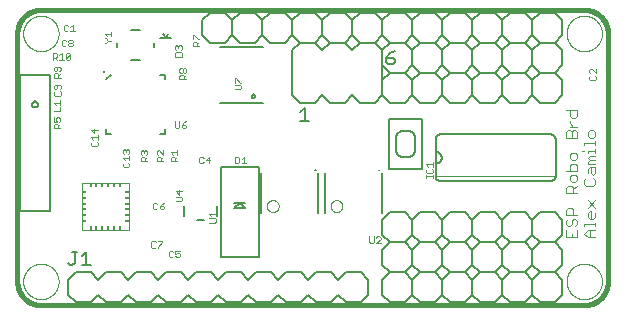
<source format=gto>
G75*
%MOIN*%
%OFA0B0*%
%FSLAX25Y25*%
%IPPOS*%
%LPD*%
%AMOC8*
5,1,8,0,0,1.08239X$1,22.5*
%
%ADD10C,0.00300*%
%ADD11C,0.01600*%
%ADD12C,0.00000*%
%ADD13C,0.00600*%
%ADD14C,0.00200*%
%ADD15C,0.00800*%
%ADD16C,0.00500*%
%ADD17C,0.00394*%
%ADD18R,0.00984X0.01575*%
%ADD19R,0.01575X0.00984*%
%ADD20C,0.01181*%
D10*
X0192275Y0051670D02*
X0195978Y0051670D01*
X0195978Y0054139D01*
X0195361Y0055354D02*
X0195978Y0055971D01*
X0195978Y0057205D01*
X0195361Y0057822D01*
X0194744Y0057822D01*
X0194127Y0057205D01*
X0194127Y0055971D01*
X0193510Y0055354D01*
X0192892Y0055354D01*
X0192275Y0055971D01*
X0192275Y0057205D01*
X0192892Y0057822D01*
X0192275Y0059037D02*
X0192275Y0060888D01*
X0192892Y0061506D01*
X0194127Y0061506D01*
X0194744Y0060888D01*
X0194744Y0059037D01*
X0195978Y0059037D02*
X0192275Y0059037D01*
X0192275Y0054139D02*
X0192275Y0051670D01*
X0194127Y0051670D02*
X0194127Y0052905D01*
X0198275Y0052905D02*
X0199510Y0051670D01*
X0201978Y0051670D01*
X0200127Y0051670D02*
X0200127Y0054139D01*
X0199510Y0054139D02*
X0201978Y0054139D01*
X0201978Y0055354D02*
X0201978Y0056588D01*
X0201978Y0055971D02*
X0198275Y0055971D01*
X0198275Y0055354D01*
X0199510Y0054139D02*
X0198275Y0052905D01*
X0200127Y0057809D02*
X0199510Y0058426D01*
X0199510Y0059661D01*
X0200127Y0060278D01*
X0200744Y0060278D01*
X0200744Y0057809D01*
X0201361Y0057809D02*
X0200127Y0057809D01*
X0201361Y0057809D02*
X0201978Y0058426D01*
X0201978Y0059661D01*
X0201978Y0061492D02*
X0199510Y0063961D01*
X0201978Y0063961D02*
X0199510Y0061492D01*
X0195978Y0066403D02*
X0192275Y0066403D01*
X0192275Y0068255D01*
X0192892Y0068872D01*
X0194127Y0068872D01*
X0194744Y0068255D01*
X0194744Y0066403D01*
X0194744Y0067637D02*
X0195978Y0068872D01*
X0195361Y0070086D02*
X0195978Y0070703D01*
X0195978Y0071938D01*
X0195361Y0072555D01*
X0194127Y0072555D01*
X0193510Y0071938D01*
X0193510Y0070703D01*
X0194127Y0070086D01*
X0195361Y0070086D01*
X0198275Y0069476D02*
X0198892Y0068858D01*
X0201361Y0068858D01*
X0201978Y0069476D01*
X0201978Y0070710D01*
X0201361Y0071327D01*
X0201361Y0072542D02*
X0200744Y0073159D01*
X0200744Y0075010D01*
X0200127Y0075010D02*
X0201978Y0075010D01*
X0201978Y0073159D01*
X0201361Y0072542D01*
X0199510Y0073159D02*
X0199510Y0074393D01*
X0200127Y0075010D01*
X0199510Y0076225D02*
X0201978Y0076225D01*
X0201978Y0077459D02*
X0200127Y0077459D01*
X0199510Y0078076D01*
X0200127Y0078694D01*
X0201978Y0078694D01*
X0201978Y0079908D02*
X0201978Y0081142D01*
X0201978Y0080525D02*
X0199510Y0080525D01*
X0199510Y0079908D01*
X0198275Y0080525D02*
X0197658Y0080525D01*
X0198275Y0082363D02*
X0198275Y0082981D01*
X0201978Y0082981D01*
X0201978Y0083598D02*
X0201978Y0082363D01*
X0201361Y0084819D02*
X0201978Y0085436D01*
X0201978Y0086670D01*
X0201361Y0087288D01*
X0200127Y0087288D01*
X0199510Y0086670D01*
X0199510Y0085436D01*
X0200127Y0084819D01*
X0201361Y0084819D01*
X0195978Y0084819D02*
X0195978Y0086670D01*
X0195361Y0087288D01*
X0194744Y0087288D01*
X0194127Y0086670D01*
X0194127Y0084819D01*
X0195978Y0084819D02*
X0192275Y0084819D01*
X0192275Y0086670D01*
X0192892Y0087288D01*
X0193510Y0087288D01*
X0194127Y0086670D01*
X0194744Y0088502D02*
X0193510Y0089736D01*
X0193510Y0090353D01*
X0194127Y0091571D02*
X0193510Y0092188D01*
X0193510Y0094040D01*
X0192275Y0094040D02*
X0195978Y0094040D01*
X0195978Y0092188D01*
X0195361Y0091571D01*
X0194127Y0091571D01*
X0193510Y0088502D02*
X0195978Y0088502D01*
X0195361Y0079921D02*
X0194127Y0079921D01*
X0193510Y0079304D01*
X0193510Y0078070D01*
X0194127Y0077452D01*
X0195361Y0077452D01*
X0195978Y0078070D01*
X0195978Y0079304D01*
X0195361Y0079921D01*
X0199510Y0076842D02*
X0200127Y0077459D01*
X0199510Y0076842D02*
X0199510Y0076225D01*
X0195978Y0075621D02*
X0195978Y0073769D01*
X0192275Y0073769D01*
X0193510Y0073769D02*
X0193510Y0075621D01*
X0194127Y0076238D01*
X0195361Y0076238D01*
X0195978Y0075621D01*
X0198892Y0071327D02*
X0198275Y0070710D01*
X0198275Y0069476D01*
D11*
X0198339Y0029063D02*
X0017237Y0029063D01*
X0017047Y0029065D01*
X0016857Y0029072D01*
X0016667Y0029084D01*
X0016477Y0029100D01*
X0016288Y0029120D01*
X0016099Y0029146D01*
X0015911Y0029175D01*
X0015724Y0029210D01*
X0015538Y0029249D01*
X0015353Y0029292D01*
X0015168Y0029340D01*
X0014985Y0029392D01*
X0014804Y0029448D01*
X0014624Y0029509D01*
X0014445Y0029575D01*
X0014268Y0029644D01*
X0014092Y0029718D01*
X0013919Y0029796D01*
X0013747Y0029879D01*
X0013578Y0029965D01*
X0013410Y0030055D01*
X0013245Y0030150D01*
X0013082Y0030248D01*
X0012922Y0030351D01*
X0012764Y0030457D01*
X0012609Y0030567D01*
X0012456Y0030680D01*
X0012306Y0030798D01*
X0012160Y0030919D01*
X0012016Y0031043D01*
X0011875Y0031171D01*
X0011737Y0031302D01*
X0011602Y0031437D01*
X0011471Y0031575D01*
X0011343Y0031716D01*
X0011219Y0031860D01*
X0011098Y0032006D01*
X0010980Y0032156D01*
X0010867Y0032309D01*
X0010757Y0032464D01*
X0010651Y0032622D01*
X0010548Y0032782D01*
X0010450Y0032945D01*
X0010355Y0033110D01*
X0010265Y0033278D01*
X0010179Y0033447D01*
X0010096Y0033619D01*
X0010018Y0033792D01*
X0009944Y0033968D01*
X0009875Y0034145D01*
X0009809Y0034324D01*
X0009748Y0034504D01*
X0009692Y0034685D01*
X0009640Y0034868D01*
X0009592Y0035053D01*
X0009549Y0035238D01*
X0009510Y0035424D01*
X0009475Y0035611D01*
X0009446Y0035799D01*
X0009420Y0035988D01*
X0009400Y0036177D01*
X0009384Y0036367D01*
X0009372Y0036557D01*
X0009365Y0036747D01*
X0009363Y0036937D01*
X0009363Y0119614D01*
X0009365Y0119804D01*
X0009372Y0119994D01*
X0009384Y0120184D01*
X0009400Y0120374D01*
X0009420Y0120563D01*
X0009446Y0120752D01*
X0009475Y0120940D01*
X0009510Y0121127D01*
X0009549Y0121313D01*
X0009592Y0121498D01*
X0009640Y0121683D01*
X0009692Y0121866D01*
X0009748Y0122047D01*
X0009809Y0122227D01*
X0009875Y0122406D01*
X0009944Y0122583D01*
X0010018Y0122759D01*
X0010096Y0122932D01*
X0010179Y0123104D01*
X0010265Y0123273D01*
X0010355Y0123441D01*
X0010450Y0123606D01*
X0010548Y0123769D01*
X0010651Y0123929D01*
X0010757Y0124087D01*
X0010867Y0124242D01*
X0010980Y0124395D01*
X0011098Y0124545D01*
X0011219Y0124691D01*
X0011343Y0124835D01*
X0011471Y0124976D01*
X0011602Y0125114D01*
X0011737Y0125249D01*
X0011875Y0125380D01*
X0012016Y0125508D01*
X0012160Y0125632D01*
X0012306Y0125753D01*
X0012456Y0125871D01*
X0012609Y0125984D01*
X0012764Y0126094D01*
X0012922Y0126200D01*
X0013082Y0126303D01*
X0013245Y0126401D01*
X0013410Y0126496D01*
X0013578Y0126586D01*
X0013747Y0126672D01*
X0013919Y0126755D01*
X0014092Y0126833D01*
X0014268Y0126907D01*
X0014445Y0126976D01*
X0014624Y0127042D01*
X0014804Y0127103D01*
X0014985Y0127159D01*
X0015168Y0127211D01*
X0015353Y0127259D01*
X0015538Y0127302D01*
X0015724Y0127341D01*
X0015911Y0127376D01*
X0016099Y0127405D01*
X0016288Y0127431D01*
X0016477Y0127451D01*
X0016667Y0127467D01*
X0016857Y0127479D01*
X0017047Y0127486D01*
X0017237Y0127488D01*
X0198339Y0127488D01*
X0198529Y0127486D01*
X0198719Y0127479D01*
X0198909Y0127467D01*
X0199099Y0127451D01*
X0199288Y0127431D01*
X0199477Y0127405D01*
X0199665Y0127376D01*
X0199852Y0127341D01*
X0200038Y0127302D01*
X0200223Y0127259D01*
X0200408Y0127211D01*
X0200591Y0127159D01*
X0200772Y0127103D01*
X0200952Y0127042D01*
X0201131Y0126976D01*
X0201308Y0126907D01*
X0201484Y0126833D01*
X0201657Y0126755D01*
X0201829Y0126672D01*
X0201998Y0126586D01*
X0202166Y0126496D01*
X0202331Y0126401D01*
X0202494Y0126303D01*
X0202654Y0126200D01*
X0202812Y0126094D01*
X0202967Y0125984D01*
X0203120Y0125871D01*
X0203270Y0125753D01*
X0203416Y0125632D01*
X0203560Y0125508D01*
X0203701Y0125380D01*
X0203839Y0125249D01*
X0203974Y0125114D01*
X0204105Y0124976D01*
X0204233Y0124835D01*
X0204357Y0124691D01*
X0204478Y0124545D01*
X0204596Y0124395D01*
X0204709Y0124242D01*
X0204819Y0124087D01*
X0204925Y0123929D01*
X0205028Y0123769D01*
X0205126Y0123606D01*
X0205221Y0123441D01*
X0205311Y0123273D01*
X0205397Y0123104D01*
X0205480Y0122932D01*
X0205558Y0122759D01*
X0205632Y0122583D01*
X0205701Y0122406D01*
X0205767Y0122227D01*
X0205828Y0122047D01*
X0205884Y0121866D01*
X0205936Y0121683D01*
X0205984Y0121498D01*
X0206027Y0121313D01*
X0206066Y0121127D01*
X0206101Y0120940D01*
X0206130Y0120752D01*
X0206156Y0120563D01*
X0206176Y0120374D01*
X0206192Y0120184D01*
X0206204Y0119994D01*
X0206211Y0119804D01*
X0206213Y0119614D01*
X0206213Y0036937D01*
X0206211Y0036747D01*
X0206204Y0036557D01*
X0206192Y0036367D01*
X0206176Y0036177D01*
X0206156Y0035988D01*
X0206130Y0035799D01*
X0206101Y0035611D01*
X0206066Y0035424D01*
X0206027Y0035238D01*
X0205984Y0035053D01*
X0205936Y0034868D01*
X0205884Y0034685D01*
X0205828Y0034504D01*
X0205767Y0034324D01*
X0205701Y0034145D01*
X0205632Y0033968D01*
X0205558Y0033792D01*
X0205480Y0033619D01*
X0205397Y0033447D01*
X0205311Y0033278D01*
X0205221Y0033110D01*
X0205126Y0032945D01*
X0205028Y0032782D01*
X0204925Y0032622D01*
X0204819Y0032464D01*
X0204709Y0032309D01*
X0204596Y0032156D01*
X0204478Y0032006D01*
X0204357Y0031860D01*
X0204233Y0031716D01*
X0204105Y0031575D01*
X0203974Y0031437D01*
X0203839Y0031302D01*
X0203701Y0031171D01*
X0203560Y0031043D01*
X0203416Y0030919D01*
X0203270Y0030798D01*
X0203120Y0030680D01*
X0202967Y0030567D01*
X0202812Y0030457D01*
X0202654Y0030351D01*
X0202494Y0030248D01*
X0202331Y0030150D01*
X0202166Y0030055D01*
X0201998Y0029965D01*
X0201829Y0029879D01*
X0201657Y0029796D01*
X0201484Y0029718D01*
X0201308Y0029644D01*
X0201131Y0029575D01*
X0200952Y0029509D01*
X0200772Y0029448D01*
X0200591Y0029392D01*
X0200408Y0029340D01*
X0200223Y0029292D01*
X0200038Y0029249D01*
X0199852Y0029210D01*
X0199665Y0029175D01*
X0199477Y0029146D01*
X0199288Y0029120D01*
X0199099Y0029100D01*
X0198909Y0029084D01*
X0198719Y0029072D01*
X0198529Y0029065D01*
X0198339Y0029063D01*
D12*
X0192433Y0036937D02*
X0192435Y0037090D01*
X0192441Y0037244D01*
X0192451Y0037397D01*
X0192465Y0037549D01*
X0192483Y0037702D01*
X0192505Y0037853D01*
X0192530Y0038004D01*
X0192560Y0038155D01*
X0192594Y0038305D01*
X0192631Y0038453D01*
X0192672Y0038601D01*
X0192717Y0038747D01*
X0192766Y0038893D01*
X0192819Y0039037D01*
X0192875Y0039179D01*
X0192935Y0039320D01*
X0192999Y0039460D01*
X0193066Y0039598D01*
X0193137Y0039734D01*
X0193212Y0039868D01*
X0193289Y0040000D01*
X0193371Y0040130D01*
X0193455Y0040258D01*
X0193543Y0040384D01*
X0193634Y0040507D01*
X0193728Y0040628D01*
X0193826Y0040746D01*
X0193926Y0040862D01*
X0194030Y0040975D01*
X0194136Y0041086D01*
X0194245Y0041194D01*
X0194357Y0041299D01*
X0194471Y0041400D01*
X0194589Y0041499D01*
X0194708Y0041595D01*
X0194830Y0041688D01*
X0194955Y0041777D01*
X0195082Y0041864D01*
X0195211Y0041946D01*
X0195342Y0042026D01*
X0195475Y0042102D01*
X0195610Y0042175D01*
X0195747Y0042244D01*
X0195886Y0042309D01*
X0196026Y0042371D01*
X0196168Y0042429D01*
X0196311Y0042484D01*
X0196456Y0042535D01*
X0196602Y0042582D01*
X0196749Y0042625D01*
X0196897Y0042664D01*
X0197046Y0042700D01*
X0197196Y0042731D01*
X0197347Y0042759D01*
X0197498Y0042783D01*
X0197651Y0042803D01*
X0197803Y0042819D01*
X0197956Y0042831D01*
X0198109Y0042839D01*
X0198262Y0042843D01*
X0198416Y0042843D01*
X0198569Y0042839D01*
X0198722Y0042831D01*
X0198875Y0042819D01*
X0199027Y0042803D01*
X0199180Y0042783D01*
X0199331Y0042759D01*
X0199482Y0042731D01*
X0199632Y0042700D01*
X0199781Y0042664D01*
X0199929Y0042625D01*
X0200076Y0042582D01*
X0200222Y0042535D01*
X0200367Y0042484D01*
X0200510Y0042429D01*
X0200652Y0042371D01*
X0200792Y0042309D01*
X0200931Y0042244D01*
X0201068Y0042175D01*
X0201203Y0042102D01*
X0201336Y0042026D01*
X0201467Y0041946D01*
X0201596Y0041864D01*
X0201723Y0041777D01*
X0201848Y0041688D01*
X0201970Y0041595D01*
X0202089Y0041499D01*
X0202207Y0041400D01*
X0202321Y0041299D01*
X0202433Y0041194D01*
X0202542Y0041086D01*
X0202648Y0040975D01*
X0202752Y0040862D01*
X0202852Y0040746D01*
X0202950Y0040628D01*
X0203044Y0040507D01*
X0203135Y0040384D01*
X0203223Y0040258D01*
X0203307Y0040130D01*
X0203389Y0040000D01*
X0203466Y0039868D01*
X0203541Y0039734D01*
X0203612Y0039598D01*
X0203679Y0039460D01*
X0203743Y0039320D01*
X0203803Y0039179D01*
X0203859Y0039037D01*
X0203912Y0038893D01*
X0203961Y0038747D01*
X0204006Y0038601D01*
X0204047Y0038453D01*
X0204084Y0038305D01*
X0204118Y0038155D01*
X0204148Y0038004D01*
X0204173Y0037853D01*
X0204195Y0037702D01*
X0204213Y0037549D01*
X0204227Y0037397D01*
X0204237Y0037244D01*
X0204243Y0037090D01*
X0204245Y0036937D01*
X0204243Y0036784D01*
X0204237Y0036630D01*
X0204227Y0036477D01*
X0204213Y0036325D01*
X0204195Y0036172D01*
X0204173Y0036021D01*
X0204148Y0035870D01*
X0204118Y0035719D01*
X0204084Y0035569D01*
X0204047Y0035421D01*
X0204006Y0035273D01*
X0203961Y0035127D01*
X0203912Y0034981D01*
X0203859Y0034837D01*
X0203803Y0034695D01*
X0203743Y0034554D01*
X0203679Y0034414D01*
X0203612Y0034276D01*
X0203541Y0034140D01*
X0203466Y0034006D01*
X0203389Y0033874D01*
X0203307Y0033744D01*
X0203223Y0033616D01*
X0203135Y0033490D01*
X0203044Y0033367D01*
X0202950Y0033246D01*
X0202852Y0033128D01*
X0202752Y0033012D01*
X0202648Y0032899D01*
X0202542Y0032788D01*
X0202433Y0032680D01*
X0202321Y0032575D01*
X0202207Y0032474D01*
X0202089Y0032375D01*
X0201970Y0032279D01*
X0201848Y0032186D01*
X0201723Y0032097D01*
X0201596Y0032010D01*
X0201467Y0031928D01*
X0201336Y0031848D01*
X0201203Y0031772D01*
X0201068Y0031699D01*
X0200931Y0031630D01*
X0200792Y0031565D01*
X0200652Y0031503D01*
X0200510Y0031445D01*
X0200367Y0031390D01*
X0200222Y0031339D01*
X0200076Y0031292D01*
X0199929Y0031249D01*
X0199781Y0031210D01*
X0199632Y0031174D01*
X0199482Y0031143D01*
X0199331Y0031115D01*
X0199180Y0031091D01*
X0199027Y0031071D01*
X0198875Y0031055D01*
X0198722Y0031043D01*
X0198569Y0031035D01*
X0198416Y0031031D01*
X0198262Y0031031D01*
X0198109Y0031035D01*
X0197956Y0031043D01*
X0197803Y0031055D01*
X0197651Y0031071D01*
X0197498Y0031091D01*
X0197347Y0031115D01*
X0197196Y0031143D01*
X0197046Y0031174D01*
X0196897Y0031210D01*
X0196749Y0031249D01*
X0196602Y0031292D01*
X0196456Y0031339D01*
X0196311Y0031390D01*
X0196168Y0031445D01*
X0196026Y0031503D01*
X0195886Y0031565D01*
X0195747Y0031630D01*
X0195610Y0031699D01*
X0195475Y0031772D01*
X0195342Y0031848D01*
X0195211Y0031928D01*
X0195082Y0032010D01*
X0194955Y0032097D01*
X0194830Y0032186D01*
X0194708Y0032279D01*
X0194589Y0032375D01*
X0194471Y0032474D01*
X0194357Y0032575D01*
X0194245Y0032680D01*
X0194136Y0032788D01*
X0194030Y0032899D01*
X0193926Y0033012D01*
X0193826Y0033128D01*
X0193728Y0033246D01*
X0193634Y0033367D01*
X0193543Y0033490D01*
X0193455Y0033616D01*
X0193371Y0033744D01*
X0193289Y0033874D01*
X0193212Y0034006D01*
X0193137Y0034140D01*
X0193066Y0034276D01*
X0192999Y0034414D01*
X0192935Y0034554D01*
X0192875Y0034695D01*
X0192819Y0034837D01*
X0192766Y0034981D01*
X0192717Y0035127D01*
X0192672Y0035273D01*
X0192631Y0035421D01*
X0192594Y0035569D01*
X0192560Y0035719D01*
X0192530Y0035870D01*
X0192505Y0036021D01*
X0192483Y0036172D01*
X0192465Y0036325D01*
X0192451Y0036477D01*
X0192441Y0036630D01*
X0192435Y0036784D01*
X0192433Y0036937D01*
X0192433Y0119614D02*
X0192435Y0119767D01*
X0192441Y0119921D01*
X0192451Y0120074D01*
X0192465Y0120226D01*
X0192483Y0120379D01*
X0192505Y0120530D01*
X0192530Y0120681D01*
X0192560Y0120832D01*
X0192594Y0120982D01*
X0192631Y0121130D01*
X0192672Y0121278D01*
X0192717Y0121424D01*
X0192766Y0121570D01*
X0192819Y0121714D01*
X0192875Y0121856D01*
X0192935Y0121997D01*
X0192999Y0122137D01*
X0193066Y0122275D01*
X0193137Y0122411D01*
X0193212Y0122545D01*
X0193289Y0122677D01*
X0193371Y0122807D01*
X0193455Y0122935D01*
X0193543Y0123061D01*
X0193634Y0123184D01*
X0193728Y0123305D01*
X0193826Y0123423D01*
X0193926Y0123539D01*
X0194030Y0123652D01*
X0194136Y0123763D01*
X0194245Y0123871D01*
X0194357Y0123976D01*
X0194471Y0124077D01*
X0194589Y0124176D01*
X0194708Y0124272D01*
X0194830Y0124365D01*
X0194955Y0124454D01*
X0195082Y0124541D01*
X0195211Y0124623D01*
X0195342Y0124703D01*
X0195475Y0124779D01*
X0195610Y0124852D01*
X0195747Y0124921D01*
X0195886Y0124986D01*
X0196026Y0125048D01*
X0196168Y0125106D01*
X0196311Y0125161D01*
X0196456Y0125212D01*
X0196602Y0125259D01*
X0196749Y0125302D01*
X0196897Y0125341D01*
X0197046Y0125377D01*
X0197196Y0125408D01*
X0197347Y0125436D01*
X0197498Y0125460D01*
X0197651Y0125480D01*
X0197803Y0125496D01*
X0197956Y0125508D01*
X0198109Y0125516D01*
X0198262Y0125520D01*
X0198416Y0125520D01*
X0198569Y0125516D01*
X0198722Y0125508D01*
X0198875Y0125496D01*
X0199027Y0125480D01*
X0199180Y0125460D01*
X0199331Y0125436D01*
X0199482Y0125408D01*
X0199632Y0125377D01*
X0199781Y0125341D01*
X0199929Y0125302D01*
X0200076Y0125259D01*
X0200222Y0125212D01*
X0200367Y0125161D01*
X0200510Y0125106D01*
X0200652Y0125048D01*
X0200792Y0124986D01*
X0200931Y0124921D01*
X0201068Y0124852D01*
X0201203Y0124779D01*
X0201336Y0124703D01*
X0201467Y0124623D01*
X0201596Y0124541D01*
X0201723Y0124454D01*
X0201848Y0124365D01*
X0201970Y0124272D01*
X0202089Y0124176D01*
X0202207Y0124077D01*
X0202321Y0123976D01*
X0202433Y0123871D01*
X0202542Y0123763D01*
X0202648Y0123652D01*
X0202752Y0123539D01*
X0202852Y0123423D01*
X0202950Y0123305D01*
X0203044Y0123184D01*
X0203135Y0123061D01*
X0203223Y0122935D01*
X0203307Y0122807D01*
X0203389Y0122677D01*
X0203466Y0122545D01*
X0203541Y0122411D01*
X0203612Y0122275D01*
X0203679Y0122137D01*
X0203743Y0121997D01*
X0203803Y0121856D01*
X0203859Y0121714D01*
X0203912Y0121570D01*
X0203961Y0121424D01*
X0204006Y0121278D01*
X0204047Y0121130D01*
X0204084Y0120982D01*
X0204118Y0120832D01*
X0204148Y0120681D01*
X0204173Y0120530D01*
X0204195Y0120379D01*
X0204213Y0120226D01*
X0204227Y0120074D01*
X0204237Y0119921D01*
X0204243Y0119767D01*
X0204245Y0119614D01*
X0204243Y0119461D01*
X0204237Y0119307D01*
X0204227Y0119154D01*
X0204213Y0119002D01*
X0204195Y0118849D01*
X0204173Y0118698D01*
X0204148Y0118547D01*
X0204118Y0118396D01*
X0204084Y0118246D01*
X0204047Y0118098D01*
X0204006Y0117950D01*
X0203961Y0117804D01*
X0203912Y0117658D01*
X0203859Y0117514D01*
X0203803Y0117372D01*
X0203743Y0117231D01*
X0203679Y0117091D01*
X0203612Y0116953D01*
X0203541Y0116817D01*
X0203466Y0116683D01*
X0203389Y0116551D01*
X0203307Y0116421D01*
X0203223Y0116293D01*
X0203135Y0116167D01*
X0203044Y0116044D01*
X0202950Y0115923D01*
X0202852Y0115805D01*
X0202752Y0115689D01*
X0202648Y0115576D01*
X0202542Y0115465D01*
X0202433Y0115357D01*
X0202321Y0115252D01*
X0202207Y0115151D01*
X0202089Y0115052D01*
X0201970Y0114956D01*
X0201848Y0114863D01*
X0201723Y0114774D01*
X0201596Y0114687D01*
X0201467Y0114605D01*
X0201336Y0114525D01*
X0201203Y0114449D01*
X0201068Y0114376D01*
X0200931Y0114307D01*
X0200792Y0114242D01*
X0200652Y0114180D01*
X0200510Y0114122D01*
X0200367Y0114067D01*
X0200222Y0114016D01*
X0200076Y0113969D01*
X0199929Y0113926D01*
X0199781Y0113887D01*
X0199632Y0113851D01*
X0199482Y0113820D01*
X0199331Y0113792D01*
X0199180Y0113768D01*
X0199027Y0113748D01*
X0198875Y0113732D01*
X0198722Y0113720D01*
X0198569Y0113712D01*
X0198416Y0113708D01*
X0198262Y0113708D01*
X0198109Y0113712D01*
X0197956Y0113720D01*
X0197803Y0113732D01*
X0197651Y0113748D01*
X0197498Y0113768D01*
X0197347Y0113792D01*
X0197196Y0113820D01*
X0197046Y0113851D01*
X0196897Y0113887D01*
X0196749Y0113926D01*
X0196602Y0113969D01*
X0196456Y0114016D01*
X0196311Y0114067D01*
X0196168Y0114122D01*
X0196026Y0114180D01*
X0195886Y0114242D01*
X0195747Y0114307D01*
X0195610Y0114376D01*
X0195475Y0114449D01*
X0195342Y0114525D01*
X0195211Y0114605D01*
X0195082Y0114687D01*
X0194955Y0114774D01*
X0194830Y0114863D01*
X0194708Y0114956D01*
X0194589Y0115052D01*
X0194471Y0115151D01*
X0194357Y0115252D01*
X0194245Y0115357D01*
X0194136Y0115465D01*
X0194030Y0115576D01*
X0193926Y0115689D01*
X0193826Y0115805D01*
X0193728Y0115923D01*
X0193634Y0116044D01*
X0193543Y0116167D01*
X0193455Y0116293D01*
X0193371Y0116421D01*
X0193289Y0116551D01*
X0193212Y0116683D01*
X0193137Y0116817D01*
X0193066Y0116953D01*
X0192999Y0117091D01*
X0192935Y0117231D01*
X0192875Y0117372D01*
X0192819Y0117514D01*
X0192766Y0117658D01*
X0192717Y0117804D01*
X0192672Y0117950D01*
X0192631Y0118098D01*
X0192594Y0118246D01*
X0192560Y0118396D01*
X0192530Y0118547D01*
X0192505Y0118698D01*
X0192483Y0118849D01*
X0192465Y0119002D01*
X0192451Y0119154D01*
X0192441Y0119307D01*
X0192435Y0119461D01*
X0192433Y0119614D01*
X0011331Y0119614D02*
X0011333Y0119767D01*
X0011339Y0119921D01*
X0011349Y0120074D01*
X0011363Y0120226D01*
X0011381Y0120379D01*
X0011403Y0120530D01*
X0011428Y0120681D01*
X0011458Y0120832D01*
X0011492Y0120982D01*
X0011529Y0121130D01*
X0011570Y0121278D01*
X0011615Y0121424D01*
X0011664Y0121570D01*
X0011717Y0121714D01*
X0011773Y0121856D01*
X0011833Y0121997D01*
X0011897Y0122137D01*
X0011964Y0122275D01*
X0012035Y0122411D01*
X0012110Y0122545D01*
X0012187Y0122677D01*
X0012269Y0122807D01*
X0012353Y0122935D01*
X0012441Y0123061D01*
X0012532Y0123184D01*
X0012626Y0123305D01*
X0012724Y0123423D01*
X0012824Y0123539D01*
X0012928Y0123652D01*
X0013034Y0123763D01*
X0013143Y0123871D01*
X0013255Y0123976D01*
X0013369Y0124077D01*
X0013487Y0124176D01*
X0013606Y0124272D01*
X0013728Y0124365D01*
X0013853Y0124454D01*
X0013980Y0124541D01*
X0014109Y0124623D01*
X0014240Y0124703D01*
X0014373Y0124779D01*
X0014508Y0124852D01*
X0014645Y0124921D01*
X0014784Y0124986D01*
X0014924Y0125048D01*
X0015066Y0125106D01*
X0015209Y0125161D01*
X0015354Y0125212D01*
X0015500Y0125259D01*
X0015647Y0125302D01*
X0015795Y0125341D01*
X0015944Y0125377D01*
X0016094Y0125408D01*
X0016245Y0125436D01*
X0016396Y0125460D01*
X0016549Y0125480D01*
X0016701Y0125496D01*
X0016854Y0125508D01*
X0017007Y0125516D01*
X0017160Y0125520D01*
X0017314Y0125520D01*
X0017467Y0125516D01*
X0017620Y0125508D01*
X0017773Y0125496D01*
X0017925Y0125480D01*
X0018078Y0125460D01*
X0018229Y0125436D01*
X0018380Y0125408D01*
X0018530Y0125377D01*
X0018679Y0125341D01*
X0018827Y0125302D01*
X0018974Y0125259D01*
X0019120Y0125212D01*
X0019265Y0125161D01*
X0019408Y0125106D01*
X0019550Y0125048D01*
X0019690Y0124986D01*
X0019829Y0124921D01*
X0019966Y0124852D01*
X0020101Y0124779D01*
X0020234Y0124703D01*
X0020365Y0124623D01*
X0020494Y0124541D01*
X0020621Y0124454D01*
X0020746Y0124365D01*
X0020868Y0124272D01*
X0020987Y0124176D01*
X0021105Y0124077D01*
X0021219Y0123976D01*
X0021331Y0123871D01*
X0021440Y0123763D01*
X0021546Y0123652D01*
X0021650Y0123539D01*
X0021750Y0123423D01*
X0021848Y0123305D01*
X0021942Y0123184D01*
X0022033Y0123061D01*
X0022121Y0122935D01*
X0022205Y0122807D01*
X0022287Y0122677D01*
X0022364Y0122545D01*
X0022439Y0122411D01*
X0022510Y0122275D01*
X0022577Y0122137D01*
X0022641Y0121997D01*
X0022701Y0121856D01*
X0022757Y0121714D01*
X0022810Y0121570D01*
X0022859Y0121424D01*
X0022904Y0121278D01*
X0022945Y0121130D01*
X0022982Y0120982D01*
X0023016Y0120832D01*
X0023046Y0120681D01*
X0023071Y0120530D01*
X0023093Y0120379D01*
X0023111Y0120226D01*
X0023125Y0120074D01*
X0023135Y0119921D01*
X0023141Y0119767D01*
X0023143Y0119614D01*
X0023141Y0119461D01*
X0023135Y0119307D01*
X0023125Y0119154D01*
X0023111Y0119002D01*
X0023093Y0118849D01*
X0023071Y0118698D01*
X0023046Y0118547D01*
X0023016Y0118396D01*
X0022982Y0118246D01*
X0022945Y0118098D01*
X0022904Y0117950D01*
X0022859Y0117804D01*
X0022810Y0117658D01*
X0022757Y0117514D01*
X0022701Y0117372D01*
X0022641Y0117231D01*
X0022577Y0117091D01*
X0022510Y0116953D01*
X0022439Y0116817D01*
X0022364Y0116683D01*
X0022287Y0116551D01*
X0022205Y0116421D01*
X0022121Y0116293D01*
X0022033Y0116167D01*
X0021942Y0116044D01*
X0021848Y0115923D01*
X0021750Y0115805D01*
X0021650Y0115689D01*
X0021546Y0115576D01*
X0021440Y0115465D01*
X0021331Y0115357D01*
X0021219Y0115252D01*
X0021105Y0115151D01*
X0020987Y0115052D01*
X0020868Y0114956D01*
X0020746Y0114863D01*
X0020621Y0114774D01*
X0020494Y0114687D01*
X0020365Y0114605D01*
X0020234Y0114525D01*
X0020101Y0114449D01*
X0019966Y0114376D01*
X0019829Y0114307D01*
X0019690Y0114242D01*
X0019550Y0114180D01*
X0019408Y0114122D01*
X0019265Y0114067D01*
X0019120Y0114016D01*
X0018974Y0113969D01*
X0018827Y0113926D01*
X0018679Y0113887D01*
X0018530Y0113851D01*
X0018380Y0113820D01*
X0018229Y0113792D01*
X0018078Y0113768D01*
X0017925Y0113748D01*
X0017773Y0113732D01*
X0017620Y0113720D01*
X0017467Y0113712D01*
X0017314Y0113708D01*
X0017160Y0113708D01*
X0017007Y0113712D01*
X0016854Y0113720D01*
X0016701Y0113732D01*
X0016549Y0113748D01*
X0016396Y0113768D01*
X0016245Y0113792D01*
X0016094Y0113820D01*
X0015944Y0113851D01*
X0015795Y0113887D01*
X0015647Y0113926D01*
X0015500Y0113969D01*
X0015354Y0114016D01*
X0015209Y0114067D01*
X0015066Y0114122D01*
X0014924Y0114180D01*
X0014784Y0114242D01*
X0014645Y0114307D01*
X0014508Y0114376D01*
X0014373Y0114449D01*
X0014240Y0114525D01*
X0014109Y0114605D01*
X0013980Y0114687D01*
X0013853Y0114774D01*
X0013728Y0114863D01*
X0013606Y0114956D01*
X0013487Y0115052D01*
X0013369Y0115151D01*
X0013255Y0115252D01*
X0013143Y0115357D01*
X0013034Y0115465D01*
X0012928Y0115576D01*
X0012824Y0115689D01*
X0012724Y0115805D01*
X0012626Y0115923D01*
X0012532Y0116044D01*
X0012441Y0116167D01*
X0012353Y0116293D01*
X0012269Y0116421D01*
X0012187Y0116551D01*
X0012110Y0116683D01*
X0012035Y0116817D01*
X0011964Y0116953D01*
X0011897Y0117091D01*
X0011833Y0117231D01*
X0011773Y0117372D01*
X0011717Y0117514D01*
X0011664Y0117658D01*
X0011615Y0117804D01*
X0011570Y0117950D01*
X0011529Y0118098D01*
X0011492Y0118246D01*
X0011458Y0118396D01*
X0011428Y0118547D01*
X0011403Y0118698D01*
X0011381Y0118849D01*
X0011363Y0119002D01*
X0011349Y0119154D01*
X0011339Y0119307D01*
X0011333Y0119461D01*
X0011331Y0119614D01*
X0011331Y0036937D02*
X0011333Y0037090D01*
X0011339Y0037244D01*
X0011349Y0037397D01*
X0011363Y0037549D01*
X0011381Y0037702D01*
X0011403Y0037853D01*
X0011428Y0038004D01*
X0011458Y0038155D01*
X0011492Y0038305D01*
X0011529Y0038453D01*
X0011570Y0038601D01*
X0011615Y0038747D01*
X0011664Y0038893D01*
X0011717Y0039037D01*
X0011773Y0039179D01*
X0011833Y0039320D01*
X0011897Y0039460D01*
X0011964Y0039598D01*
X0012035Y0039734D01*
X0012110Y0039868D01*
X0012187Y0040000D01*
X0012269Y0040130D01*
X0012353Y0040258D01*
X0012441Y0040384D01*
X0012532Y0040507D01*
X0012626Y0040628D01*
X0012724Y0040746D01*
X0012824Y0040862D01*
X0012928Y0040975D01*
X0013034Y0041086D01*
X0013143Y0041194D01*
X0013255Y0041299D01*
X0013369Y0041400D01*
X0013487Y0041499D01*
X0013606Y0041595D01*
X0013728Y0041688D01*
X0013853Y0041777D01*
X0013980Y0041864D01*
X0014109Y0041946D01*
X0014240Y0042026D01*
X0014373Y0042102D01*
X0014508Y0042175D01*
X0014645Y0042244D01*
X0014784Y0042309D01*
X0014924Y0042371D01*
X0015066Y0042429D01*
X0015209Y0042484D01*
X0015354Y0042535D01*
X0015500Y0042582D01*
X0015647Y0042625D01*
X0015795Y0042664D01*
X0015944Y0042700D01*
X0016094Y0042731D01*
X0016245Y0042759D01*
X0016396Y0042783D01*
X0016549Y0042803D01*
X0016701Y0042819D01*
X0016854Y0042831D01*
X0017007Y0042839D01*
X0017160Y0042843D01*
X0017314Y0042843D01*
X0017467Y0042839D01*
X0017620Y0042831D01*
X0017773Y0042819D01*
X0017925Y0042803D01*
X0018078Y0042783D01*
X0018229Y0042759D01*
X0018380Y0042731D01*
X0018530Y0042700D01*
X0018679Y0042664D01*
X0018827Y0042625D01*
X0018974Y0042582D01*
X0019120Y0042535D01*
X0019265Y0042484D01*
X0019408Y0042429D01*
X0019550Y0042371D01*
X0019690Y0042309D01*
X0019829Y0042244D01*
X0019966Y0042175D01*
X0020101Y0042102D01*
X0020234Y0042026D01*
X0020365Y0041946D01*
X0020494Y0041864D01*
X0020621Y0041777D01*
X0020746Y0041688D01*
X0020868Y0041595D01*
X0020987Y0041499D01*
X0021105Y0041400D01*
X0021219Y0041299D01*
X0021331Y0041194D01*
X0021440Y0041086D01*
X0021546Y0040975D01*
X0021650Y0040862D01*
X0021750Y0040746D01*
X0021848Y0040628D01*
X0021942Y0040507D01*
X0022033Y0040384D01*
X0022121Y0040258D01*
X0022205Y0040130D01*
X0022287Y0040000D01*
X0022364Y0039868D01*
X0022439Y0039734D01*
X0022510Y0039598D01*
X0022577Y0039460D01*
X0022641Y0039320D01*
X0022701Y0039179D01*
X0022757Y0039037D01*
X0022810Y0038893D01*
X0022859Y0038747D01*
X0022904Y0038601D01*
X0022945Y0038453D01*
X0022982Y0038305D01*
X0023016Y0038155D01*
X0023046Y0038004D01*
X0023071Y0037853D01*
X0023093Y0037702D01*
X0023111Y0037549D01*
X0023125Y0037397D01*
X0023135Y0037244D01*
X0023141Y0037090D01*
X0023143Y0036937D01*
X0023141Y0036784D01*
X0023135Y0036630D01*
X0023125Y0036477D01*
X0023111Y0036325D01*
X0023093Y0036172D01*
X0023071Y0036021D01*
X0023046Y0035870D01*
X0023016Y0035719D01*
X0022982Y0035569D01*
X0022945Y0035421D01*
X0022904Y0035273D01*
X0022859Y0035127D01*
X0022810Y0034981D01*
X0022757Y0034837D01*
X0022701Y0034695D01*
X0022641Y0034554D01*
X0022577Y0034414D01*
X0022510Y0034276D01*
X0022439Y0034140D01*
X0022364Y0034006D01*
X0022287Y0033874D01*
X0022205Y0033744D01*
X0022121Y0033616D01*
X0022033Y0033490D01*
X0021942Y0033367D01*
X0021848Y0033246D01*
X0021750Y0033128D01*
X0021650Y0033012D01*
X0021546Y0032899D01*
X0021440Y0032788D01*
X0021331Y0032680D01*
X0021219Y0032575D01*
X0021105Y0032474D01*
X0020987Y0032375D01*
X0020868Y0032279D01*
X0020746Y0032186D01*
X0020621Y0032097D01*
X0020494Y0032010D01*
X0020365Y0031928D01*
X0020234Y0031848D01*
X0020101Y0031772D01*
X0019966Y0031699D01*
X0019829Y0031630D01*
X0019690Y0031565D01*
X0019550Y0031503D01*
X0019408Y0031445D01*
X0019265Y0031390D01*
X0019120Y0031339D01*
X0018974Y0031292D01*
X0018827Y0031249D01*
X0018679Y0031210D01*
X0018530Y0031174D01*
X0018380Y0031143D01*
X0018229Y0031115D01*
X0018078Y0031091D01*
X0017925Y0031071D01*
X0017773Y0031055D01*
X0017620Y0031043D01*
X0017467Y0031035D01*
X0017314Y0031031D01*
X0017160Y0031031D01*
X0017007Y0031035D01*
X0016854Y0031043D01*
X0016701Y0031055D01*
X0016549Y0031071D01*
X0016396Y0031091D01*
X0016245Y0031115D01*
X0016094Y0031143D01*
X0015944Y0031174D01*
X0015795Y0031210D01*
X0015647Y0031249D01*
X0015500Y0031292D01*
X0015354Y0031339D01*
X0015209Y0031390D01*
X0015066Y0031445D01*
X0014924Y0031503D01*
X0014784Y0031565D01*
X0014645Y0031630D01*
X0014508Y0031699D01*
X0014373Y0031772D01*
X0014240Y0031848D01*
X0014109Y0031928D01*
X0013980Y0032010D01*
X0013853Y0032097D01*
X0013728Y0032186D01*
X0013606Y0032279D01*
X0013487Y0032375D01*
X0013369Y0032474D01*
X0013255Y0032575D01*
X0013143Y0032680D01*
X0013034Y0032788D01*
X0012928Y0032899D01*
X0012824Y0033012D01*
X0012724Y0033128D01*
X0012626Y0033246D01*
X0012532Y0033367D01*
X0012441Y0033490D01*
X0012353Y0033616D01*
X0012269Y0033744D01*
X0012187Y0033874D01*
X0012110Y0034006D01*
X0012035Y0034140D01*
X0011964Y0034276D01*
X0011897Y0034414D01*
X0011833Y0034554D01*
X0011773Y0034695D01*
X0011717Y0034837D01*
X0011664Y0034981D01*
X0011615Y0035127D01*
X0011570Y0035273D01*
X0011529Y0035421D01*
X0011492Y0035569D01*
X0011458Y0035719D01*
X0011428Y0035870D01*
X0011403Y0036021D01*
X0011381Y0036172D01*
X0011363Y0036325D01*
X0011349Y0036477D01*
X0011339Y0036630D01*
X0011333Y0036784D01*
X0011331Y0036937D01*
D13*
X0090564Y0059909D02*
X0090564Y0073059D01*
X0108713Y0074043D02*
X0108812Y0074043D01*
X0109658Y0073059D02*
X0109658Y0059870D01*
X0111824Y0059909D02*
X0111824Y0073059D01*
X0129973Y0074043D02*
X0130072Y0074043D01*
X0130918Y0073059D02*
X0130918Y0059870D01*
X0130938Y0057469D02*
X0133438Y0059969D01*
X0138438Y0059969D01*
X0140938Y0057469D01*
X0143438Y0059969D01*
X0148438Y0059969D01*
X0150938Y0057469D01*
X0150938Y0052469D01*
X0148438Y0049969D01*
X0150938Y0047469D01*
X0150938Y0042469D01*
X0148438Y0039969D01*
X0143438Y0039969D01*
X0140938Y0042469D01*
X0138438Y0039969D01*
X0133438Y0039969D01*
X0130938Y0042469D01*
X0130938Y0047469D01*
X0133438Y0049969D01*
X0138438Y0049969D01*
X0140938Y0047469D01*
X0143438Y0049969D01*
X0148438Y0049969D01*
X0143438Y0049969D01*
X0140938Y0052469D01*
X0138438Y0049969D01*
X0133438Y0049969D01*
X0130938Y0052469D01*
X0130938Y0057469D01*
X0140938Y0057469D02*
X0140938Y0052469D01*
X0140938Y0047469D02*
X0140938Y0042469D01*
X0143438Y0039969D02*
X0148438Y0039969D01*
X0150938Y0037469D01*
X0150938Y0032469D01*
X0148438Y0029969D01*
X0143438Y0029969D01*
X0140938Y0032469D01*
X0138438Y0029969D01*
X0133438Y0029969D01*
X0130938Y0032469D01*
X0130938Y0037469D01*
X0133438Y0039969D01*
X0138438Y0039969D01*
X0140938Y0037469D01*
X0143438Y0039969D01*
X0140938Y0037469D02*
X0140938Y0032469D01*
X0150938Y0032469D02*
X0153438Y0029969D01*
X0158438Y0029969D01*
X0160938Y0032469D01*
X0163438Y0029969D01*
X0168438Y0029969D01*
X0170938Y0032469D01*
X0173438Y0029969D01*
X0178438Y0029969D01*
X0180938Y0032469D01*
X0183438Y0029969D01*
X0188438Y0029969D01*
X0190938Y0032469D01*
X0190938Y0037469D01*
X0188438Y0039969D01*
X0183438Y0039969D01*
X0180938Y0042469D01*
X0178438Y0039969D01*
X0173438Y0039969D01*
X0170938Y0042469D01*
X0168438Y0039969D01*
X0163438Y0039969D01*
X0160938Y0042469D01*
X0158438Y0039969D01*
X0153438Y0039969D01*
X0150938Y0042469D01*
X0153438Y0039969D02*
X0158438Y0039969D01*
X0160938Y0037469D01*
X0163438Y0039969D01*
X0168438Y0039969D01*
X0170938Y0037469D01*
X0173438Y0039969D01*
X0178438Y0039969D01*
X0180938Y0037469D01*
X0183438Y0039969D01*
X0188438Y0039969D01*
X0190938Y0042469D01*
X0190938Y0047469D01*
X0188438Y0049969D01*
X0183438Y0049969D01*
X0180938Y0047469D01*
X0180938Y0042469D01*
X0180938Y0047469D02*
X0178438Y0049969D01*
X0173438Y0049969D01*
X0170938Y0047469D01*
X0170938Y0042469D01*
X0170938Y0047469D02*
X0168438Y0049969D01*
X0163438Y0049969D01*
X0160938Y0047469D01*
X0160938Y0042469D01*
X0160938Y0047469D02*
X0158438Y0049969D01*
X0153438Y0049969D01*
X0150938Y0047469D01*
X0153438Y0049969D02*
X0150938Y0052469D01*
X0153438Y0049969D02*
X0158438Y0049969D01*
X0160938Y0052469D01*
X0163438Y0049969D01*
X0168438Y0049969D01*
X0170938Y0052469D01*
X0173438Y0049969D01*
X0178438Y0049969D01*
X0180938Y0052469D01*
X0183438Y0049969D01*
X0188438Y0049969D01*
X0190938Y0052469D01*
X0190938Y0057469D01*
X0188438Y0059969D01*
X0183438Y0059969D01*
X0180938Y0057469D01*
X0180938Y0052469D01*
X0180938Y0057469D02*
X0178438Y0059969D01*
X0173438Y0059969D01*
X0170938Y0057469D01*
X0170938Y0052469D01*
X0170938Y0057469D02*
X0168438Y0059969D01*
X0163438Y0059969D01*
X0160938Y0057469D01*
X0160938Y0052469D01*
X0160938Y0057469D02*
X0158438Y0059969D01*
X0153438Y0059969D01*
X0150938Y0057469D01*
X0150312Y0070576D02*
X0187312Y0070576D01*
X0187388Y0070578D01*
X0187464Y0070584D01*
X0187539Y0070593D01*
X0187614Y0070607D01*
X0187688Y0070624D01*
X0187761Y0070645D01*
X0187833Y0070669D01*
X0187904Y0070698D01*
X0187973Y0070729D01*
X0188040Y0070764D01*
X0188105Y0070803D01*
X0188169Y0070845D01*
X0188230Y0070890D01*
X0188289Y0070938D01*
X0188345Y0070989D01*
X0188399Y0071043D01*
X0188450Y0071099D01*
X0188498Y0071158D01*
X0188543Y0071219D01*
X0188585Y0071283D01*
X0188624Y0071348D01*
X0188659Y0071415D01*
X0188690Y0071484D01*
X0188719Y0071555D01*
X0188743Y0071627D01*
X0188764Y0071700D01*
X0188781Y0071774D01*
X0188795Y0071849D01*
X0188804Y0071924D01*
X0188810Y0072000D01*
X0188812Y0072076D01*
X0188812Y0084476D01*
X0188810Y0084552D01*
X0188804Y0084628D01*
X0188795Y0084703D01*
X0188781Y0084778D01*
X0188764Y0084852D01*
X0188743Y0084925D01*
X0188719Y0084997D01*
X0188690Y0085068D01*
X0188659Y0085137D01*
X0188624Y0085204D01*
X0188585Y0085269D01*
X0188543Y0085333D01*
X0188498Y0085394D01*
X0188450Y0085453D01*
X0188399Y0085509D01*
X0188345Y0085563D01*
X0188289Y0085614D01*
X0188230Y0085662D01*
X0188169Y0085707D01*
X0188105Y0085749D01*
X0188040Y0085788D01*
X0187973Y0085823D01*
X0187904Y0085854D01*
X0187833Y0085883D01*
X0187761Y0085907D01*
X0187688Y0085928D01*
X0187614Y0085945D01*
X0187539Y0085959D01*
X0187464Y0085968D01*
X0187388Y0085974D01*
X0187312Y0085976D01*
X0150312Y0085976D01*
X0150236Y0085974D01*
X0150160Y0085968D01*
X0150085Y0085959D01*
X0150010Y0085945D01*
X0149936Y0085928D01*
X0149863Y0085907D01*
X0149791Y0085883D01*
X0149720Y0085854D01*
X0149651Y0085823D01*
X0149584Y0085788D01*
X0149519Y0085749D01*
X0149455Y0085707D01*
X0149394Y0085662D01*
X0149335Y0085614D01*
X0149279Y0085563D01*
X0149225Y0085509D01*
X0149174Y0085453D01*
X0149126Y0085394D01*
X0149081Y0085333D01*
X0149039Y0085269D01*
X0149000Y0085204D01*
X0148965Y0085137D01*
X0148934Y0085068D01*
X0148905Y0084997D01*
X0148881Y0084925D01*
X0148860Y0084852D01*
X0148843Y0084778D01*
X0148829Y0084703D01*
X0148820Y0084628D01*
X0148814Y0084552D01*
X0148812Y0084476D01*
X0148812Y0080276D01*
X0148812Y0076276D01*
X0148812Y0072076D01*
X0148814Y0072000D01*
X0148820Y0071924D01*
X0148829Y0071849D01*
X0148843Y0071774D01*
X0148860Y0071700D01*
X0148881Y0071627D01*
X0148905Y0071555D01*
X0148934Y0071484D01*
X0148965Y0071415D01*
X0149000Y0071348D01*
X0149039Y0071283D01*
X0149081Y0071219D01*
X0149126Y0071158D01*
X0149174Y0071099D01*
X0149225Y0071043D01*
X0149279Y0070989D01*
X0149335Y0070938D01*
X0149394Y0070890D01*
X0149455Y0070845D01*
X0149519Y0070803D01*
X0149584Y0070764D01*
X0149651Y0070729D01*
X0149720Y0070698D01*
X0149791Y0070669D01*
X0149863Y0070645D01*
X0149936Y0070624D01*
X0150010Y0070607D01*
X0150085Y0070593D01*
X0150160Y0070584D01*
X0150236Y0070578D01*
X0150312Y0070576D01*
X0148812Y0076276D02*
X0148900Y0076278D01*
X0148989Y0076284D01*
X0149077Y0076294D01*
X0149164Y0076307D01*
X0149251Y0076325D01*
X0149337Y0076346D01*
X0149422Y0076371D01*
X0149505Y0076400D01*
X0149588Y0076433D01*
X0149668Y0076469D01*
X0149747Y0076508D01*
X0149825Y0076551D01*
X0149900Y0076598D01*
X0149973Y0076648D01*
X0150044Y0076701D01*
X0150113Y0076757D01*
X0150179Y0076816D01*
X0150242Y0076878D01*
X0150302Y0076942D01*
X0150360Y0077009D01*
X0150414Y0077079D01*
X0150466Y0077151D01*
X0150514Y0077225D01*
X0150559Y0077302D01*
X0150600Y0077380D01*
X0150638Y0077460D01*
X0150672Y0077541D01*
X0150703Y0077624D01*
X0150730Y0077709D01*
X0150753Y0077794D01*
X0150772Y0077880D01*
X0150788Y0077968D01*
X0150800Y0078055D01*
X0150808Y0078143D01*
X0150812Y0078232D01*
X0150812Y0078320D01*
X0150808Y0078409D01*
X0150800Y0078497D01*
X0150788Y0078584D01*
X0150772Y0078672D01*
X0150753Y0078758D01*
X0150730Y0078843D01*
X0150703Y0078928D01*
X0150672Y0079011D01*
X0150638Y0079092D01*
X0150600Y0079172D01*
X0150559Y0079250D01*
X0150514Y0079327D01*
X0150466Y0079401D01*
X0150414Y0079473D01*
X0150360Y0079543D01*
X0150302Y0079610D01*
X0150242Y0079674D01*
X0150179Y0079736D01*
X0150113Y0079795D01*
X0150044Y0079851D01*
X0149973Y0079904D01*
X0149900Y0079954D01*
X0149825Y0080001D01*
X0149747Y0080044D01*
X0149668Y0080083D01*
X0149588Y0080119D01*
X0149505Y0080152D01*
X0149422Y0080181D01*
X0149337Y0080206D01*
X0149251Y0080227D01*
X0149164Y0080245D01*
X0149077Y0080258D01*
X0148989Y0080268D01*
X0148900Y0080274D01*
X0148812Y0080276D01*
X0148438Y0096583D02*
X0143438Y0096583D01*
X0140938Y0099083D01*
X0138438Y0096583D01*
X0133438Y0096583D01*
X0130938Y0099083D01*
X0128438Y0096583D01*
X0123438Y0096583D01*
X0120938Y0099083D01*
X0118438Y0096583D01*
X0113438Y0096583D01*
X0110938Y0099083D01*
X0108438Y0096583D01*
X0103438Y0096583D01*
X0100938Y0099083D01*
X0100938Y0114083D01*
X0103438Y0116583D01*
X0108438Y0116583D01*
X0110938Y0114083D01*
X0113438Y0116583D01*
X0118438Y0116583D01*
X0120938Y0114083D01*
X0123438Y0116583D01*
X0128438Y0116583D01*
X0130938Y0114083D01*
X0130938Y0099083D01*
X0130938Y0104083D01*
X0133438Y0106583D01*
X0138438Y0106583D01*
X0140938Y0109083D01*
X0143438Y0106583D01*
X0148438Y0106583D01*
X0150938Y0109083D01*
X0150938Y0114083D01*
X0148438Y0116583D01*
X0143438Y0116583D01*
X0140938Y0114083D01*
X0140938Y0109083D01*
X0143438Y0106583D02*
X0148438Y0106583D01*
X0150938Y0104083D01*
X0150938Y0099083D01*
X0148438Y0096583D01*
X0150938Y0099083D02*
X0153438Y0096583D01*
X0158438Y0096583D01*
X0160938Y0099083D01*
X0163438Y0096583D01*
X0168438Y0096583D01*
X0170938Y0099083D01*
X0173438Y0096583D01*
X0178438Y0096583D01*
X0180938Y0099083D01*
X0183438Y0096583D01*
X0188438Y0096583D01*
X0190938Y0099083D01*
X0190938Y0104083D01*
X0188438Y0106583D01*
X0183438Y0106583D01*
X0180938Y0109083D01*
X0178438Y0106583D01*
X0173438Y0106583D01*
X0170938Y0109083D01*
X0168438Y0106583D01*
X0163438Y0106583D01*
X0160938Y0109083D01*
X0158438Y0106583D01*
X0153438Y0106583D01*
X0150938Y0109083D01*
X0153438Y0106583D02*
X0158438Y0106583D01*
X0160938Y0104083D01*
X0163438Y0106583D01*
X0168438Y0106583D01*
X0170938Y0104083D01*
X0173438Y0106583D01*
X0178438Y0106583D01*
X0180938Y0104083D01*
X0183438Y0106583D01*
X0188438Y0106583D01*
X0190938Y0109083D01*
X0190938Y0114083D01*
X0188438Y0116583D01*
X0183438Y0116583D01*
X0180938Y0114083D01*
X0180938Y0109083D01*
X0180938Y0114083D02*
X0178438Y0116583D01*
X0173438Y0116583D01*
X0170938Y0114083D01*
X0170938Y0109083D01*
X0170938Y0114083D02*
X0168438Y0116583D01*
X0163438Y0116583D01*
X0160938Y0114083D01*
X0160938Y0109083D01*
X0160938Y0114083D02*
X0158438Y0116583D01*
X0153438Y0116583D01*
X0150938Y0114083D01*
X0153438Y0116583D02*
X0150938Y0119083D01*
X0148438Y0116583D01*
X0143438Y0116583D01*
X0140938Y0119083D01*
X0138438Y0116583D01*
X0140938Y0114083D01*
X0138438Y0116583D02*
X0133438Y0116583D01*
X0130938Y0114083D01*
X0130938Y0109083D01*
X0133438Y0106583D01*
X0138438Y0106583D01*
X0140938Y0104083D01*
X0143438Y0106583D01*
X0140938Y0104083D02*
X0140938Y0099083D01*
X0150938Y0104083D02*
X0153438Y0106583D01*
X0160938Y0104083D02*
X0160938Y0099083D01*
X0170938Y0099083D02*
X0170938Y0104083D01*
X0180938Y0104083D02*
X0180938Y0099083D01*
X0183438Y0116583D02*
X0188438Y0116583D01*
X0190938Y0119083D01*
X0190938Y0124083D01*
X0188438Y0126583D01*
X0183438Y0126583D01*
X0180938Y0124083D01*
X0180938Y0119083D01*
X0183438Y0116583D01*
X0180938Y0119083D02*
X0178438Y0116583D01*
X0173438Y0116583D01*
X0170938Y0119083D01*
X0168438Y0116583D01*
X0163438Y0116583D01*
X0160938Y0119083D01*
X0158438Y0116583D01*
X0153438Y0116583D01*
X0150938Y0119083D02*
X0150938Y0124083D01*
X0148438Y0126583D01*
X0143438Y0126583D01*
X0140938Y0124083D01*
X0140938Y0119083D01*
X0138438Y0116583D02*
X0133438Y0116583D01*
X0130938Y0119083D01*
X0128438Y0116583D01*
X0123438Y0116583D01*
X0120938Y0119083D01*
X0118438Y0116583D01*
X0113438Y0116583D01*
X0110938Y0119083D01*
X0108438Y0116583D01*
X0103438Y0116583D01*
X0100938Y0119083D01*
X0098438Y0116583D01*
X0093438Y0116583D01*
X0090938Y0119083D01*
X0088438Y0116583D01*
X0083438Y0116583D01*
X0080938Y0119083D01*
X0078438Y0116583D01*
X0073438Y0116583D01*
X0070938Y0119083D01*
X0070938Y0124083D01*
X0073438Y0126583D01*
X0078438Y0126583D01*
X0080938Y0124083D01*
X0083438Y0126583D01*
X0088438Y0126583D01*
X0090938Y0124083D01*
X0090938Y0119083D01*
X0091265Y0115134D02*
X0077068Y0115134D01*
X0080938Y0119083D02*
X0080938Y0124083D01*
X0090938Y0124083D02*
X0093438Y0126583D01*
X0098438Y0126583D01*
X0100938Y0124083D01*
X0103438Y0126583D01*
X0108438Y0126583D01*
X0110938Y0124083D01*
X0113438Y0126583D01*
X0118438Y0126583D01*
X0120938Y0124083D01*
X0123438Y0126583D01*
X0128438Y0126583D01*
X0130938Y0124083D01*
X0130938Y0119083D01*
X0130938Y0124083D01*
X0133438Y0126583D01*
X0138438Y0126583D01*
X0140938Y0124083D01*
X0150938Y0124083D02*
X0153438Y0126583D01*
X0158438Y0126583D01*
X0160938Y0124083D01*
X0163438Y0126583D01*
X0168438Y0126583D01*
X0170938Y0124083D01*
X0173438Y0126583D01*
X0178438Y0126583D01*
X0180938Y0124083D01*
X0170938Y0124083D02*
X0170938Y0119083D01*
X0160938Y0119083D02*
X0160938Y0124083D01*
X0120938Y0124083D02*
X0120938Y0119083D01*
X0110938Y0119083D02*
X0110938Y0124083D01*
X0100938Y0124083D02*
X0100938Y0119083D01*
X0091265Y0096535D02*
X0077068Y0096535D01*
X0150938Y0037469D02*
X0153438Y0039969D01*
X0160938Y0037469D02*
X0160938Y0032469D01*
X0170938Y0032469D02*
X0170938Y0037469D01*
X0180938Y0037469D02*
X0180938Y0032469D01*
D14*
X0130442Y0049729D02*
X0128974Y0049729D01*
X0130442Y0051197D01*
X0130442Y0051564D01*
X0130075Y0051931D01*
X0129341Y0051931D01*
X0128974Y0051564D01*
X0128232Y0051931D02*
X0128232Y0050096D01*
X0127866Y0049729D01*
X0127132Y0049729D01*
X0126765Y0050096D01*
X0126765Y0051931D01*
X0113811Y0062075D02*
X0113813Y0062163D01*
X0113819Y0062251D01*
X0113829Y0062339D01*
X0113843Y0062427D01*
X0113860Y0062513D01*
X0113882Y0062599D01*
X0113907Y0062683D01*
X0113937Y0062767D01*
X0113969Y0062849D01*
X0114006Y0062929D01*
X0114046Y0063008D01*
X0114090Y0063085D01*
X0114137Y0063160D01*
X0114187Y0063232D01*
X0114241Y0063303D01*
X0114297Y0063370D01*
X0114357Y0063436D01*
X0114419Y0063498D01*
X0114485Y0063558D01*
X0114552Y0063614D01*
X0114623Y0063668D01*
X0114695Y0063718D01*
X0114770Y0063765D01*
X0114847Y0063809D01*
X0114926Y0063849D01*
X0115006Y0063886D01*
X0115088Y0063918D01*
X0115172Y0063948D01*
X0115256Y0063973D01*
X0115342Y0063995D01*
X0115428Y0064012D01*
X0115516Y0064026D01*
X0115604Y0064036D01*
X0115692Y0064042D01*
X0115780Y0064044D01*
X0115868Y0064042D01*
X0115956Y0064036D01*
X0116044Y0064026D01*
X0116132Y0064012D01*
X0116218Y0063995D01*
X0116304Y0063973D01*
X0116388Y0063948D01*
X0116472Y0063918D01*
X0116554Y0063886D01*
X0116634Y0063849D01*
X0116713Y0063809D01*
X0116790Y0063765D01*
X0116865Y0063718D01*
X0116937Y0063668D01*
X0117008Y0063614D01*
X0117075Y0063558D01*
X0117141Y0063498D01*
X0117203Y0063436D01*
X0117263Y0063370D01*
X0117319Y0063303D01*
X0117373Y0063232D01*
X0117423Y0063160D01*
X0117470Y0063085D01*
X0117514Y0063008D01*
X0117554Y0062929D01*
X0117591Y0062849D01*
X0117623Y0062767D01*
X0117653Y0062683D01*
X0117678Y0062599D01*
X0117700Y0062513D01*
X0117717Y0062427D01*
X0117731Y0062339D01*
X0117741Y0062251D01*
X0117747Y0062163D01*
X0117749Y0062075D01*
X0117747Y0061987D01*
X0117741Y0061899D01*
X0117731Y0061811D01*
X0117717Y0061723D01*
X0117700Y0061637D01*
X0117678Y0061551D01*
X0117653Y0061467D01*
X0117623Y0061383D01*
X0117591Y0061301D01*
X0117554Y0061221D01*
X0117514Y0061142D01*
X0117470Y0061065D01*
X0117423Y0060990D01*
X0117373Y0060918D01*
X0117319Y0060847D01*
X0117263Y0060780D01*
X0117203Y0060714D01*
X0117141Y0060652D01*
X0117075Y0060592D01*
X0117008Y0060536D01*
X0116937Y0060482D01*
X0116865Y0060432D01*
X0116790Y0060385D01*
X0116713Y0060341D01*
X0116634Y0060301D01*
X0116554Y0060264D01*
X0116472Y0060232D01*
X0116388Y0060202D01*
X0116304Y0060177D01*
X0116218Y0060155D01*
X0116132Y0060138D01*
X0116044Y0060124D01*
X0115956Y0060114D01*
X0115868Y0060108D01*
X0115780Y0060106D01*
X0115692Y0060108D01*
X0115604Y0060114D01*
X0115516Y0060124D01*
X0115428Y0060138D01*
X0115342Y0060155D01*
X0115256Y0060177D01*
X0115172Y0060202D01*
X0115088Y0060232D01*
X0115006Y0060264D01*
X0114926Y0060301D01*
X0114847Y0060341D01*
X0114770Y0060385D01*
X0114695Y0060432D01*
X0114623Y0060482D01*
X0114552Y0060536D01*
X0114485Y0060592D01*
X0114419Y0060652D01*
X0114357Y0060714D01*
X0114297Y0060780D01*
X0114241Y0060847D01*
X0114187Y0060918D01*
X0114137Y0060990D01*
X0114090Y0061065D01*
X0114046Y0061142D01*
X0114006Y0061221D01*
X0113969Y0061301D01*
X0113937Y0061383D01*
X0113907Y0061467D01*
X0113882Y0061551D01*
X0113860Y0061637D01*
X0113843Y0061723D01*
X0113829Y0061811D01*
X0113819Y0061899D01*
X0113813Y0061987D01*
X0113811Y0062075D01*
X0092551Y0062075D02*
X0092553Y0062163D01*
X0092559Y0062251D01*
X0092569Y0062339D01*
X0092583Y0062427D01*
X0092600Y0062513D01*
X0092622Y0062599D01*
X0092647Y0062683D01*
X0092677Y0062767D01*
X0092709Y0062849D01*
X0092746Y0062929D01*
X0092786Y0063008D01*
X0092830Y0063085D01*
X0092877Y0063160D01*
X0092927Y0063232D01*
X0092981Y0063303D01*
X0093037Y0063370D01*
X0093097Y0063436D01*
X0093159Y0063498D01*
X0093225Y0063558D01*
X0093292Y0063614D01*
X0093363Y0063668D01*
X0093435Y0063718D01*
X0093510Y0063765D01*
X0093587Y0063809D01*
X0093666Y0063849D01*
X0093746Y0063886D01*
X0093828Y0063918D01*
X0093912Y0063948D01*
X0093996Y0063973D01*
X0094082Y0063995D01*
X0094168Y0064012D01*
X0094256Y0064026D01*
X0094344Y0064036D01*
X0094432Y0064042D01*
X0094520Y0064044D01*
X0094608Y0064042D01*
X0094696Y0064036D01*
X0094784Y0064026D01*
X0094872Y0064012D01*
X0094958Y0063995D01*
X0095044Y0063973D01*
X0095128Y0063948D01*
X0095212Y0063918D01*
X0095294Y0063886D01*
X0095374Y0063849D01*
X0095453Y0063809D01*
X0095530Y0063765D01*
X0095605Y0063718D01*
X0095677Y0063668D01*
X0095748Y0063614D01*
X0095815Y0063558D01*
X0095881Y0063498D01*
X0095943Y0063436D01*
X0096003Y0063370D01*
X0096059Y0063303D01*
X0096113Y0063232D01*
X0096163Y0063160D01*
X0096210Y0063085D01*
X0096254Y0063008D01*
X0096294Y0062929D01*
X0096331Y0062849D01*
X0096363Y0062767D01*
X0096393Y0062683D01*
X0096418Y0062599D01*
X0096440Y0062513D01*
X0096457Y0062427D01*
X0096471Y0062339D01*
X0096481Y0062251D01*
X0096487Y0062163D01*
X0096489Y0062075D01*
X0096487Y0061987D01*
X0096481Y0061899D01*
X0096471Y0061811D01*
X0096457Y0061723D01*
X0096440Y0061637D01*
X0096418Y0061551D01*
X0096393Y0061467D01*
X0096363Y0061383D01*
X0096331Y0061301D01*
X0096294Y0061221D01*
X0096254Y0061142D01*
X0096210Y0061065D01*
X0096163Y0060990D01*
X0096113Y0060918D01*
X0096059Y0060847D01*
X0096003Y0060780D01*
X0095943Y0060714D01*
X0095881Y0060652D01*
X0095815Y0060592D01*
X0095748Y0060536D01*
X0095677Y0060482D01*
X0095605Y0060432D01*
X0095530Y0060385D01*
X0095453Y0060341D01*
X0095374Y0060301D01*
X0095294Y0060264D01*
X0095212Y0060232D01*
X0095128Y0060202D01*
X0095044Y0060177D01*
X0094958Y0060155D01*
X0094872Y0060138D01*
X0094784Y0060124D01*
X0094696Y0060114D01*
X0094608Y0060108D01*
X0094520Y0060106D01*
X0094432Y0060108D01*
X0094344Y0060114D01*
X0094256Y0060124D01*
X0094168Y0060138D01*
X0094082Y0060155D01*
X0093996Y0060177D01*
X0093912Y0060202D01*
X0093828Y0060232D01*
X0093746Y0060264D01*
X0093666Y0060301D01*
X0093587Y0060341D01*
X0093510Y0060385D01*
X0093435Y0060432D01*
X0093363Y0060482D01*
X0093292Y0060536D01*
X0093225Y0060592D01*
X0093159Y0060652D01*
X0093097Y0060714D01*
X0093037Y0060780D01*
X0092981Y0060847D01*
X0092927Y0060918D01*
X0092877Y0060990D01*
X0092830Y0061065D01*
X0092786Y0061142D01*
X0092746Y0061221D01*
X0092709Y0061301D01*
X0092677Y0061383D01*
X0092647Y0061467D01*
X0092622Y0061551D01*
X0092600Y0061637D01*
X0092583Y0061723D01*
X0092569Y0061811D01*
X0092559Y0061899D01*
X0092553Y0061987D01*
X0092551Y0062075D01*
X0075543Y0060242D02*
X0075543Y0058774D01*
X0075543Y0059508D02*
X0073341Y0059508D01*
X0074075Y0058774D01*
X0073341Y0058032D02*
X0075176Y0058032D01*
X0075543Y0057666D01*
X0075543Y0056932D01*
X0075176Y0056565D01*
X0073341Y0056565D01*
X0064388Y0064065D02*
X0064388Y0064799D01*
X0064021Y0065166D01*
X0062186Y0065166D01*
X0063287Y0065908D02*
X0063287Y0067376D01*
X0062186Y0067009D02*
X0063287Y0065908D01*
X0064388Y0067009D02*
X0062186Y0067009D01*
X0062186Y0063698D02*
X0064021Y0063698D01*
X0064388Y0064065D01*
X0058295Y0063132D02*
X0057561Y0062765D01*
X0056827Y0062031D01*
X0057928Y0062031D01*
X0058295Y0061664D01*
X0058295Y0061297D01*
X0057928Y0060930D01*
X0057194Y0060930D01*
X0056827Y0061297D01*
X0056827Y0062031D01*
X0056085Y0062765D02*
X0055718Y0063132D01*
X0054984Y0063132D01*
X0054617Y0062765D01*
X0054617Y0061297D01*
X0054984Y0060930D01*
X0055718Y0060930D01*
X0056085Y0061297D01*
X0056227Y0050363D02*
X0057695Y0050363D01*
X0057695Y0049996D01*
X0056227Y0048528D01*
X0056227Y0048161D01*
X0055485Y0048528D02*
X0055118Y0048161D01*
X0054384Y0048161D01*
X0054017Y0048528D01*
X0054017Y0049996D01*
X0054384Y0050363D01*
X0055118Y0050363D01*
X0055485Y0049996D01*
X0059867Y0046836D02*
X0059867Y0045368D01*
X0060234Y0045001D01*
X0060968Y0045001D01*
X0061335Y0045368D01*
X0062077Y0045368D02*
X0062444Y0045001D01*
X0063178Y0045001D01*
X0063545Y0045368D01*
X0063545Y0046102D01*
X0063178Y0046469D01*
X0062811Y0046469D01*
X0062077Y0046102D01*
X0062077Y0047203D01*
X0063545Y0047203D01*
X0061335Y0046836D02*
X0060968Y0047203D01*
X0060234Y0047203D01*
X0059867Y0046836D01*
X0070361Y0076277D02*
X0071095Y0076277D01*
X0071462Y0076644D01*
X0072203Y0077378D02*
X0073671Y0077378D01*
X0073304Y0076277D02*
X0073304Y0078479D01*
X0072203Y0077378D01*
X0071462Y0078112D02*
X0071095Y0078479D01*
X0070361Y0078479D01*
X0069994Y0078112D01*
X0069994Y0076644D01*
X0070361Y0076277D01*
X0062705Y0077040D02*
X0060503Y0077040D01*
X0060503Y0078141D01*
X0060870Y0078508D01*
X0061604Y0078508D01*
X0061971Y0078141D01*
X0061971Y0077040D01*
X0061971Y0077774D02*
X0062705Y0078508D01*
X0062705Y0079250D02*
X0062705Y0080718D01*
X0062705Y0079984D02*
X0060503Y0079984D01*
X0061237Y0079250D01*
X0057983Y0079150D02*
X0057983Y0080618D01*
X0056516Y0080618D02*
X0057983Y0079150D01*
X0057983Y0078408D02*
X0057250Y0077674D01*
X0057250Y0078041D02*
X0057250Y0076940D01*
X0057983Y0076940D02*
X0055782Y0076940D01*
X0055782Y0078041D01*
X0056149Y0078408D01*
X0056883Y0078408D01*
X0057250Y0078041D01*
X0056149Y0079150D02*
X0055782Y0079517D01*
X0055782Y0080251D01*
X0056149Y0080618D01*
X0056516Y0080618D01*
X0052762Y0080251D02*
X0052762Y0079517D01*
X0052395Y0079150D01*
X0052762Y0078408D02*
X0052028Y0077674D01*
X0052028Y0078041D02*
X0052028Y0076940D01*
X0052762Y0076940D02*
X0050560Y0076940D01*
X0050560Y0078041D01*
X0050927Y0078408D01*
X0051661Y0078408D01*
X0052028Y0078041D01*
X0050927Y0079150D02*
X0050560Y0079517D01*
X0050560Y0080251D01*
X0050927Y0080618D01*
X0051294Y0080618D01*
X0051661Y0080251D01*
X0052028Y0080618D01*
X0052395Y0080618D01*
X0052762Y0080251D01*
X0051661Y0080251D02*
X0051661Y0079884D01*
X0046743Y0079848D02*
X0046376Y0079481D01*
X0046743Y0079848D02*
X0046743Y0080582D01*
X0046376Y0080949D01*
X0046009Y0080949D01*
X0045642Y0080582D01*
X0045642Y0080215D01*
X0045642Y0080582D02*
X0045275Y0080949D01*
X0044908Y0080949D01*
X0044541Y0080582D01*
X0044541Y0079848D01*
X0044908Y0079481D01*
X0044541Y0078006D02*
X0046743Y0078006D01*
X0046743Y0078739D02*
X0046743Y0077272D01*
X0046376Y0076530D02*
X0046743Y0076163D01*
X0046743Y0075429D01*
X0046376Y0075062D01*
X0044908Y0075062D01*
X0044541Y0075429D01*
X0044541Y0076163D01*
X0044908Y0076530D01*
X0045275Y0077272D02*
X0044541Y0078006D01*
X0036178Y0082376D02*
X0036178Y0083110D01*
X0035811Y0083477D01*
X0036178Y0084219D02*
X0036178Y0085686D01*
X0036178Y0084952D02*
X0033976Y0084952D01*
X0034710Y0084219D01*
X0034343Y0083477D02*
X0033976Y0083110D01*
X0033976Y0082376D01*
X0034343Y0082009D01*
X0035811Y0082009D01*
X0036178Y0082376D01*
X0035077Y0086428D02*
X0033976Y0087529D01*
X0036178Y0087529D01*
X0035077Y0087896D02*
X0035077Y0086428D01*
X0023713Y0087948D02*
X0021512Y0087948D01*
X0021512Y0089049D01*
X0021878Y0089416D01*
X0022612Y0089416D01*
X0022979Y0089049D01*
X0022979Y0087948D01*
X0022979Y0088682D02*
X0023713Y0089416D01*
X0023346Y0090158D02*
X0023713Y0090525D01*
X0023713Y0091259D01*
X0023346Y0091626D01*
X0022612Y0091626D01*
X0022245Y0091259D01*
X0022245Y0090892D01*
X0022612Y0090158D01*
X0021512Y0090158D01*
X0021512Y0091626D01*
X0021472Y0093628D02*
X0023674Y0093628D01*
X0023674Y0095096D01*
X0023674Y0095838D02*
X0023674Y0097306D01*
X0023674Y0096572D02*
X0021472Y0096572D01*
X0022206Y0095838D01*
X0022017Y0098828D02*
X0023485Y0098828D01*
X0023852Y0099195D01*
X0023852Y0099929D01*
X0023485Y0100296D01*
X0023485Y0101038D02*
X0023852Y0101405D01*
X0023852Y0102139D01*
X0023485Y0102506D01*
X0022017Y0102506D01*
X0021650Y0102139D01*
X0021650Y0101405D01*
X0022017Y0101038D01*
X0022384Y0101038D01*
X0022751Y0101405D01*
X0022751Y0102506D01*
X0023047Y0104848D02*
X0023047Y0105949D01*
X0022680Y0106316D01*
X0021946Y0106316D01*
X0021579Y0105949D01*
X0021579Y0104848D01*
X0023781Y0104848D01*
X0023047Y0105582D02*
X0023781Y0106316D01*
X0023414Y0107058D02*
X0023781Y0107425D01*
X0023781Y0108159D01*
X0023414Y0108526D01*
X0021946Y0108526D01*
X0021579Y0108159D01*
X0021579Y0107425D01*
X0021946Y0107058D01*
X0022313Y0107058D01*
X0022680Y0107425D01*
X0022680Y0108526D01*
X0022653Y0110840D02*
X0021919Y0111574D01*
X0022286Y0111574D02*
X0021185Y0111574D01*
X0021185Y0110840D02*
X0021185Y0113042D01*
X0022286Y0113042D01*
X0022653Y0112675D01*
X0022653Y0111941D01*
X0022286Y0111574D01*
X0023395Y0110840D02*
X0024863Y0110840D01*
X0024129Y0110840D02*
X0024129Y0113042D01*
X0023395Y0112308D01*
X0025605Y0112675D02*
X0025605Y0111207D01*
X0027073Y0112675D01*
X0027073Y0111207D01*
X0026706Y0110840D01*
X0025972Y0110840D01*
X0025605Y0111207D01*
X0025605Y0112675D02*
X0025972Y0113042D01*
X0026706Y0113042D01*
X0027073Y0112675D01*
X0026742Y0115261D02*
X0026375Y0115628D01*
X0026375Y0115995D01*
X0026742Y0116362D01*
X0027476Y0116362D01*
X0027843Y0115995D01*
X0027843Y0115628D01*
X0027476Y0115261D01*
X0026742Y0115261D01*
X0026742Y0116362D02*
X0026375Y0116729D01*
X0026375Y0117096D01*
X0026742Y0117463D01*
X0027476Y0117463D01*
X0027843Y0117096D01*
X0027843Y0116729D01*
X0027476Y0116362D01*
X0025633Y0115628D02*
X0025266Y0115261D01*
X0024532Y0115261D01*
X0024165Y0115628D01*
X0024165Y0117096D01*
X0024532Y0117463D01*
X0025266Y0117463D01*
X0025633Y0117096D01*
X0025966Y0120383D02*
X0026333Y0120750D01*
X0025966Y0120383D02*
X0025232Y0120383D01*
X0024865Y0120750D01*
X0024865Y0122218D01*
X0025232Y0122585D01*
X0025966Y0122585D01*
X0026333Y0122218D01*
X0027075Y0121851D02*
X0027809Y0122585D01*
X0027809Y0120383D01*
X0027075Y0120383D02*
X0028543Y0120383D01*
X0038521Y0119457D02*
X0040723Y0119457D01*
X0040723Y0118723D02*
X0040723Y0120191D01*
X0039255Y0118723D02*
X0038521Y0119457D01*
X0038521Y0117981D02*
X0038888Y0117981D01*
X0039622Y0117247D01*
X0040723Y0117247D01*
X0039622Y0117247D02*
X0038888Y0116513D01*
X0038521Y0116513D01*
X0022017Y0100296D02*
X0021650Y0099929D01*
X0021650Y0099195D01*
X0022017Y0098828D01*
X0061891Y0090299D02*
X0061891Y0088464D01*
X0062258Y0088097D01*
X0062991Y0088097D01*
X0063358Y0088464D01*
X0063358Y0090299D01*
X0064100Y0089198D02*
X0065201Y0089198D01*
X0065568Y0088831D01*
X0065568Y0088464D01*
X0065201Y0088097D01*
X0064467Y0088097D01*
X0064100Y0088464D01*
X0064100Y0089198D01*
X0064834Y0089932D01*
X0065568Y0090299D01*
X0081864Y0100935D02*
X0083699Y0100935D01*
X0084066Y0101302D01*
X0084066Y0102036D01*
X0083699Y0102403D01*
X0081864Y0102403D01*
X0081864Y0103145D02*
X0081864Y0104612D01*
X0082231Y0104612D01*
X0083699Y0103145D01*
X0084066Y0103145D01*
X0065607Y0104346D02*
X0063405Y0104346D01*
X0063405Y0105447D01*
X0063772Y0105813D01*
X0064506Y0105813D01*
X0064873Y0105447D01*
X0064873Y0104346D01*
X0064873Y0105080D02*
X0065607Y0105813D01*
X0065240Y0106555D02*
X0064873Y0106555D01*
X0064506Y0106922D01*
X0064506Y0107656D01*
X0064873Y0108023D01*
X0065240Y0108023D01*
X0065607Y0107656D01*
X0065607Y0106922D01*
X0065240Y0106555D01*
X0064506Y0106922D02*
X0064139Y0106555D01*
X0063772Y0106555D01*
X0063405Y0106922D01*
X0063405Y0107656D01*
X0063772Y0108023D01*
X0064139Y0108023D01*
X0064506Y0107656D01*
X0064148Y0111920D02*
X0061946Y0111920D01*
X0061946Y0113021D01*
X0062313Y0113388D01*
X0063781Y0113388D01*
X0064148Y0113021D01*
X0064148Y0111920D01*
X0063781Y0114130D02*
X0064148Y0114497D01*
X0064148Y0115231D01*
X0063781Y0115598D01*
X0063414Y0115598D01*
X0063047Y0115231D01*
X0063047Y0114864D01*
X0063047Y0115231D02*
X0062680Y0115598D01*
X0062313Y0115598D01*
X0061946Y0115231D01*
X0061946Y0114497D01*
X0062313Y0114130D01*
X0067786Y0115448D02*
X0067786Y0116549D01*
X0068153Y0116916D01*
X0068886Y0116916D01*
X0069253Y0116549D01*
X0069253Y0115448D01*
X0069253Y0116182D02*
X0069987Y0116916D01*
X0069987Y0117658D02*
X0069620Y0117658D01*
X0068153Y0119126D01*
X0067786Y0119126D01*
X0067786Y0117658D01*
X0067786Y0115448D02*
X0069987Y0115448D01*
X0081958Y0078584D02*
X0083059Y0078584D01*
X0083426Y0078217D01*
X0083426Y0076749D01*
X0083059Y0076382D01*
X0081958Y0076382D01*
X0081958Y0078584D01*
X0084168Y0077850D02*
X0084902Y0078584D01*
X0084902Y0076382D01*
X0084168Y0076382D02*
X0085636Y0076382D01*
X0145610Y0075993D02*
X0147812Y0075993D01*
X0147812Y0075259D02*
X0147812Y0076727D01*
X0146344Y0075259D02*
X0145610Y0075993D01*
X0145977Y0074517D02*
X0145610Y0074150D01*
X0145610Y0073416D01*
X0145977Y0073049D01*
X0147445Y0073049D01*
X0147812Y0073416D01*
X0147812Y0074150D01*
X0147445Y0074517D01*
X0147812Y0072310D02*
X0147812Y0071576D01*
X0147812Y0071943D02*
X0145610Y0071943D01*
X0145610Y0071576D02*
X0145610Y0072310D01*
X0148812Y0071976D02*
X0188812Y0071976D01*
X0200420Y0104053D02*
X0201888Y0104053D01*
X0202255Y0104420D01*
X0202255Y0105154D01*
X0201888Y0105521D01*
X0202255Y0106263D02*
X0200787Y0107730D01*
X0200420Y0107730D01*
X0200053Y0107363D01*
X0200053Y0106630D01*
X0200420Y0106263D01*
X0200420Y0105521D02*
X0200053Y0105154D01*
X0200053Y0104420D01*
X0200420Y0104053D01*
X0202255Y0106263D02*
X0202255Y0107730D01*
D15*
X0126300Y0037469D02*
X0123800Y0039969D01*
X0118800Y0039969D01*
X0116300Y0037469D01*
X0113800Y0039969D01*
X0108800Y0039969D01*
X0106300Y0037469D01*
X0103800Y0039969D01*
X0098800Y0039969D01*
X0096300Y0037469D01*
X0093800Y0039969D01*
X0088800Y0039969D01*
X0086300Y0037469D01*
X0083800Y0039969D01*
X0078800Y0039969D01*
X0076300Y0037469D01*
X0073800Y0039969D01*
X0068800Y0039969D01*
X0066300Y0037469D01*
X0063800Y0039969D01*
X0058800Y0039969D01*
X0056300Y0037469D01*
X0053800Y0039969D01*
X0048800Y0039969D01*
X0046300Y0037469D01*
X0043800Y0039969D01*
X0038800Y0039969D01*
X0036300Y0037469D01*
X0033800Y0039969D01*
X0028800Y0039969D01*
X0026300Y0037469D01*
X0026300Y0032469D01*
X0028800Y0029969D01*
X0033800Y0029969D01*
X0036300Y0032469D01*
X0038800Y0029969D01*
X0043800Y0029969D01*
X0046300Y0032469D01*
X0048800Y0029969D01*
X0053800Y0029969D01*
X0056300Y0032469D01*
X0058800Y0029969D01*
X0063800Y0029969D01*
X0066300Y0032469D01*
X0068800Y0029969D01*
X0073800Y0029969D01*
X0076300Y0032469D01*
X0078800Y0029969D01*
X0083800Y0029969D01*
X0086300Y0032469D01*
X0088800Y0029969D01*
X0093800Y0029969D01*
X0096300Y0032469D01*
X0098800Y0029969D01*
X0103800Y0029969D01*
X0106300Y0032469D01*
X0108800Y0029969D01*
X0113800Y0029969D01*
X0116300Y0032469D01*
X0118800Y0029969D01*
X0123800Y0029969D01*
X0126300Y0032469D01*
X0126300Y0037469D01*
X0075987Y0058821D02*
X0075987Y0062202D01*
X0071443Y0057321D02*
X0069330Y0057321D01*
X0064787Y0058821D02*
X0064787Y0062202D01*
X0087501Y0098735D02*
X0087503Y0098782D01*
X0087509Y0098829D01*
X0087519Y0098876D01*
X0087532Y0098921D01*
X0087550Y0098965D01*
X0087571Y0099007D01*
X0087595Y0099048D01*
X0087623Y0099086D01*
X0087654Y0099122D01*
X0087688Y0099155D01*
X0087724Y0099185D01*
X0087763Y0099212D01*
X0087804Y0099236D01*
X0087847Y0099256D01*
X0087891Y0099272D01*
X0087937Y0099285D01*
X0087983Y0099294D01*
X0088031Y0099299D01*
X0088078Y0099300D01*
X0088125Y0099297D01*
X0088172Y0099290D01*
X0088218Y0099279D01*
X0088263Y0099265D01*
X0088307Y0099246D01*
X0088348Y0099224D01*
X0088388Y0099199D01*
X0088426Y0099170D01*
X0088461Y0099139D01*
X0088494Y0099104D01*
X0088523Y0099067D01*
X0088549Y0099028D01*
X0088572Y0098986D01*
X0088591Y0098943D01*
X0088607Y0098898D01*
X0088619Y0098852D01*
X0088627Y0098806D01*
X0088631Y0098759D01*
X0088631Y0098711D01*
X0088627Y0098664D01*
X0088619Y0098618D01*
X0088607Y0098572D01*
X0088591Y0098527D01*
X0088572Y0098484D01*
X0088549Y0098442D01*
X0088523Y0098403D01*
X0088494Y0098366D01*
X0088461Y0098331D01*
X0088426Y0098300D01*
X0088388Y0098271D01*
X0088349Y0098246D01*
X0088307Y0098224D01*
X0088263Y0098205D01*
X0088218Y0098191D01*
X0088172Y0098180D01*
X0088125Y0098173D01*
X0088078Y0098170D01*
X0088031Y0098171D01*
X0087983Y0098176D01*
X0087937Y0098185D01*
X0087891Y0098198D01*
X0087847Y0098214D01*
X0087804Y0098234D01*
X0087763Y0098258D01*
X0087724Y0098285D01*
X0087688Y0098315D01*
X0087654Y0098348D01*
X0087623Y0098384D01*
X0087595Y0098422D01*
X0087571Y0098463D01*
X0087550Y0098505D01*
X0087532Y0098549D01*
X0087519Y0098594D01*
X0087509Y0098641D01*
X0087503Y0098688D01*
X0087501Y0098735D01*
X0060609Y0118071D02*
X0058798Y0118071D01*
X0057877Y0119291D01*
X0056987Y0118071D02*
X0058798Y0118071D01*
X0058898Y0118131D02*
X0059657Y0119291D01*
D16*
X0055032Y0116268D02*
X0055032Y0115087D01*
X0050308Y0110756D02*
X0047158Y0110756D01*
X0042434Y0115087D02*
X0042434Y0116268D01*
X0047158Y0120598D02*
X0050308Y0120598D01*
X0057001Y0105835D02*
X0058576Y0105835D01*
X0058576Y0104260D01*
X0040465Y0105835D02*
X0038891Y0104260D01*
X0020190Y0105835D02*
X0020190Y0060559D01*
X0010347Y0060559D01*
X0010347Y0105835D01*
X0020190Y0105835D01*
X0014285Y0095992D02*
X0014287Y0096054D01*
X0014293Y0096117D01*
X0014303Y0096178D01*
X0014317Y0096239D01*
X0014334Y0096299D01*
X0014355Y0096358D01*
X0014381Y0096415D01*
X0014409Y0096470D01*
X0014441Y0096524D01*
X0014477Y0096575D01*
X0014515Y0096625D01*
X0014557Y0096671D01*
X0014601Y0096715D01*
X0014649Y0096756D01*
X0014698Y0096794D01*
X0014750Y0096828D01*
X0014804Y0096859D01*
X0014860Y0096887D01*
X0014918Y0096911D01*
X0014977Y0096932D01*
X0015037Y0096948D01*
X0015098Y0096961D01*
X0015160Y0096970D01*
X0015222Y0096975D01*
X0015285Y0096976D01*
X0015347Y0096973D01*
X0015409Y0096966D01*
X0015471Y0096955D01*
X0015531Y0096940D01*
X0015591Y0096922D01*
X0015649Y0096900D01*
X0015706Y0096874D01*
X0015761Y0096844D01*
X0015814Y0096811D01*
X0015865Y0096775D01*
X0015913Y0096736D01*
X0015959Y0096693D01*
X0016002Y0096648D01*
X0016042Y0096600D01*
X0016079Y0096550D01*
X0016113Y0096497D01*
X0016144Y0096443D01*
X0016170Y0096387D01*
X0016194Y0096329D01*
X0016213Y0096269D01*
X0016229Y0096209D01*
X0016241Y0096147D01*
X0016249Y0096086D01*
X0016253Y0096023D01*
X0016253Y0095961D01*
X0016249Y0095898D01*
X0016241Y0095837D01*
X0016229Y0095775D01*
X0016213Y0095715D01*
X0016194Y0095655D01*
X0016170Y0095597D01*
X0016144Y0095541D01*
X0016113Y0095487D01*
X0016079Y0095434D01*
X0016042Y0095384D01*
X0016002Y0095336D01*
X0015959Y0095291D01*
X0015913Y0095248D01*
X0015865Y0095209D01*
X0015814Y0095173D01*
X0015761Y0095140D01*
X0015706Y0095110D01*
X0015649Y0095084D01*
X0015591Y0095062D01*
X0015531Y0095044D01*
X0015471Y0095029D01*
X0015409Y0095018D01*
X0015347Y0095011D01*
X0015285Y0095008D01*
X0015222Y0095009D01*
X0015160Y0095014D01*
X0015098Y0095023D01*
X0015037Y0095036D01*
X0014977Y0095052D01*
X0014918Y0095073D01*
X0014860Y0095097D01*
X0014804Y0095125D01*
X0014750Y0095156D01*
X0014698Y0095190D01*
X0014649Y0095228D01*
X0014601Y0095269D01*
X0014557Y0095313D01*
X0014515Y0095359D01*
X0014477Y0095409D01*
X0014441Y0095460D01*
X0014409Y0095514D01*
X0014381Y0095569D01*
X0014355Y0095626D01*
X0014334Y0095685D01*
X0014317Y0095745D01*
X0014303Y0095806D01*
X0014293Y0095867D01*
X0014287Y0095930D01*
X0014285Y0095992D01*
X0038891Y0087724D02*
X0038891Y0086150D01*
X0040465Y0086150D01*
X0057001Y0086150D02*
X0058576Y0086150D01*
X0058576Y0087724D01*
X0077183Y0075159D02*
X0078970Y0075159D01*
X0089781Y0075159D01*
X0089781Y0045218D01*
X0088970Y0045218D01*
X0077183Y0045218D01*
X0077183Y0075159D01*
X0077994Y0075159D02*
X0078970Y0075159D01*
X0081732Y0062992D02*
X0085232Y0062992D01*
X0085232Y0061492D02*
X0083482Y0062992D01*
X0081732Y0061492D01*
X0085232Y0061492D01*
X0088744Y0045218D02*
X0088970Y0045218D01*
X0133250Y0074569D02*
X0144273Y0074569D01*
X0144273Y0091105D01*
X0133250Y0091105D01*
X0133250Y0074569D01*
X0137974Y0078506D02*
X0139549Y0078506D01*
X0139549Y0078507D02*
X0139644Y0078509D01*
X0139739Y0078515D01*
X0139834Y0078524D01*
X0139928Y0078538D01*
X0140021Y0078555D01*
X0140114Y0078576D01*
X0140206Y0078600D01*
X0140297Y0078629D01*
X0140387Y0078660D01*
X0140475Y0078696D01*
X0140562Y0078735D01*
X0140647Y0078778D01*
X0140730Y0078823D01*
X0140811Y0078873D01*
X0140891Y0078925D01*
X0140968Y0078981D01*
X0141043Y0079039D01*
X0141115Y0079101D01*
X0141185Y0079166D01*
X0141252Y0079233D01*
X0141317Y0079303D01*
X0141379Y0079375D01*
X0141437Y0079450D01*
X0141493Y0079527D01*
X0141545Y0079607D01*
X0141595Y0079688D01*
X0141640Y0079771D01*
X0141683Y0079856D01*
X0141722Y0079943D01*
X0141758Y0080031D01*
X0141789Y0080121D01*
X0141818Y0080212D01*
X0141842Y0080304D01*
X0141863Y0080397D01*
X0141880Y0080490D01*
X0141894Y0080584D01*
X0141903Y0080679D01*
X0141909Y0080774D01*
X0141911Y0080869D01*
X0141911Y0084806D01*
X0141909Y0084901D01*
X0141903Y0084996D01*
X0141894Y0085091D01*
X0141880Y0085185D01*
X0141863Y0085278D01*
X0141842Y0085371D01*
X0141818Y0085463D01*
X0141789Y0085554D01*
X0141758Y0085644D01*
X0141722Y0085732D01*
X0141683Y0085819D01*
X0141640Y0085904D01*
X0141595Y0085987D01*
X0141545Y0086068D01*
X0141493Y0086148D01*
X0141437Y0086225D01*
X0141379Y0086300D01*
X0141317Y0086372D01*
X0141252Y0086442D01*
X0141185Y0086509D01*
X0141115Y0086574D01*
X0141043Y0086636D01*
X0140968Y0086694D01*
X0140891Y0086750D01*
X0140811Y0086802D01*
X0140730Y0086852D01*
X0140647Y0086897D01*
X0140562Y0086940D01*
X0140475Y0086979D01*
X0140387Y0087015D01*
X0140297Y0087046D01*
X0140206Y0087075D01*
X0140114Y0087099D01*
X0140021Y0087120D01*
X0139928Y0087137D01*
X0139834Y0087151D01*
X0139739Y0087160D01*
X0139644Y0087166D01*
X0139549Y0087168D01*
X0137974Y0087168D01*
X0137879Y0087166D01*
X0137784Y0087160D01*
X0137689Y0087151D01*
X0137595Y0087137D01*
X0137502Y0087120D01*
X0137409Y0087099D01*
X0137317Y0087075D01*
X0137226Y0087046D01*
X0137136Y0087015D01*
X0137048Y0086979D01*
X0136961Y0086940D01*
X0136876Y0086897D01*
X0136793Y0086852D01*
X0136712Y0086802D01*
X0136632Y0086750D01*
X0136555Y0086694D01*
X0136480Y0086636D01*
X0136408Y0086574D01*
X0136338Y0086509D01*
X0136271Y0086442D01*
X0136206Y0086372D01*
X0136144Y0086300D01*
X0136086Y0086225D01*
X0136030Y0086148D01*
X0135978Y0086068D01*
X0135928Y0085987D01*
X0135883Y0085904D01*
X0135840Y0085819D01*
X0135801Y0085732D01*
X0135765Y0085644D01*
X0135734Y0085554D01*
X0135705Y0085463D01*
X0135681Y0085371D01*
X0135660Y0085278D01*
X0135643Y0085185D01*
X0135629Y0085091D01*
X0135620Y0084996D01*
X0135614Y0084901D01*
X0135612Y0084806D01*
X0135612Y0080869D01*
X0135614Y0080774D01*
X0135620Y0080679D01*
X0135629Y0080584D01*
X0135643Y0080490D01*
X0135660Y0080397D01*
X0135681Y0080304D01*
X0135705Y0080212D01*
X0135734Y0080121D01*
X0135765Y0080031D01*
X0135801Y0079943D01*
X0135840Y0079856D01*
X0135883Y0079771D01*
X0135928Y0079688D01*
X0135978Y0079607D01*
X0136030Y0079527D01*
X0136086Y0079450D01*
X0136144Y0079375D01*
X0136206Y0079303D01*
X0136271Y0079233D01*
X0136338Y0079166D01*
X0136408Y0079101D01*
X0136480Y0079039D01*
X0136555Y0078981D01*
X0136632Y0078925D01*
X0136712Y0078873D01*
X0136793Y0078823D01*
X0136876Y0078778D01*
X0136961Y0078735D01*
X0137048Y0078696D01*
X0137136Y0078660D01*
X0137226Y0078629D01*
X0137317Y0078600D01*
X0137409Y0078576D01*
X0137502Y0078555D01*
X0137595Y0078538D01*
X0137689Y0078524D01*
X0137784Y0078515D01*
X0137879Y0078509D01*
X0137974Y0078507D01*
X0106690Y0090333D02*
X0103688Y0090333D01*
X0105189Y0090333D02*
X0105189Y0094837D01*
X0103688Y0093335D01*
X0132188Y0110083D02*
X0132938Y0109333D01*
X0134440Y0109333D01*
X0135190Y0110083D01*
X0135190Y0110834D01*
X0134440Y0111585D01*
X0132188Y0111585D01*
X0132188Y0110083D01*
X0132188Y0111585D02*
X0133689Y0113086D01*
X0135190Y0113837D01*
X0032355Y0046922D02*
X0032355Y0042419D01*
X0030854Y0042419D02*
X0033856Y0042419D01*
X0030854Y0045421D02*
X0032355Y0046922D01*
X0029253Y0046922D02*
X0027751Y0046922D01*
X0028502Y0046922D02*
X0028502Y0043169D01*
X0027751Y0042419D01*
X0027001Y0042419D01*
X0026250Y0043169D01*
D17*
X0030820Y0054063D02*
X0046568Y0054063D01*
X0046568Y0069811D01*
X0030820Y0069811D01*
X0030820Y0054063D01*
D18*
X0033772Y0054850D03*
X0035741Y0054850D03*
X0037709Y0054850D03*
X0039678Y0054850D03*
X0041646Y0054850D03*
X0043615Y0054850D03*
X0043615Y0069024D03*
X0041646Y0069024D03*
X0039678Y0069024D03*
X0037709Y0069024D03*
X0035741Y0069024D03*
X0033772Y0069024D03*
D19*
X0031607Y0066858D03*
X0031607Y0064890D03*
X0031607Y0062921D03*
X0031607Y0060953D03*
X0031607Y0058984D03*
X0031607Y0057016D03*
X0045780Y0057016D03*
X0045780Y0058984D03*
X0045780Y0060953D03*
X0045780Y0062921D03*
X0045780Y0064890D03*
X0045780Y0066858D03*
D20*
X0038103Y0106622D03*
M02*

</source>
